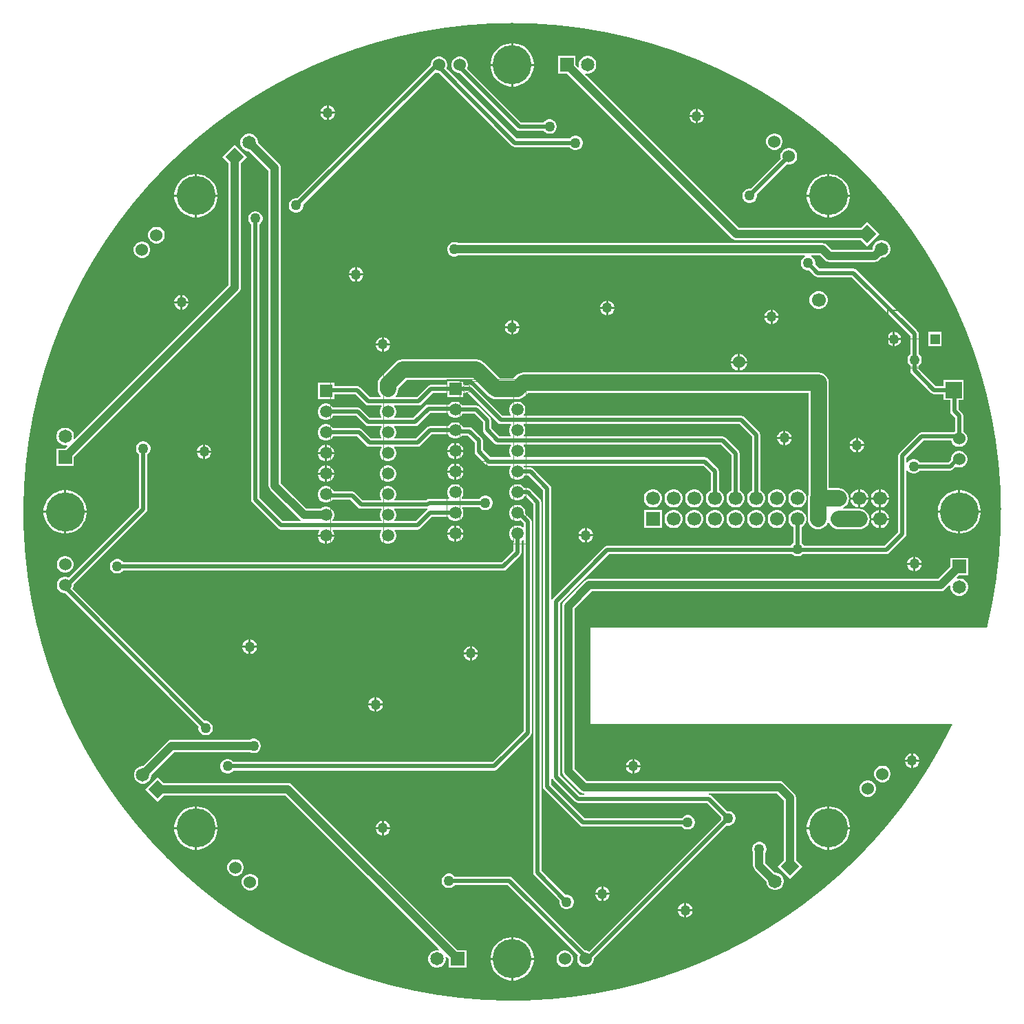
<source format=gtl>
G04*
G04 #@! TF.GenerationSoftware,Altium Limited,CircuitMaker,2.2.1 (6)*
G04*
G04 Layer_Physical_Order=1*
G04 Layer_Color=25308*
%FSLAX44Y44*%
%MOMM*%
G71*
G04*
G04 #@! TF.SameCoordinates,C6CF6D27-CB2A-4CAF-B18B-BA4932DD29FA*
G04*
G04*
G04 #@! TF.FilePolarity,Positive*
G04*
G01*
G75*
%ADD10C,0.2540*%
%ADD12C,0.0500*%
%ADD17C,0.5000*%
%ADD18C,0.1000*%
%ADD35C,2.0000*%
%ADD36C,1.0000*%
%ADD37C,1.7000*%
%ADD38C,1.5240*%
%ADD39P,2.3349X4X360.0*%
%ADD40C,1.6510*%
%ADD41R,1.6510X1.6510*%
%ADD42P,2.3349X4X90.0*%
%ADD43R,1.5240X1.5240*%
%ADD44R,1.6510X1.6510*%
%ADD45R,1.5000X1.5000*%
%ADD46C,1.5000*%
%ADD47R,2.0000X2.0000*%
%ADD48R,1.2500X1.2500*%
%ADD49C,1.2500*%
%ADD50R,1.7000X1.7000*%
%ADD51C,4.8000*%
%ADD52C,1.2700*%
G36*
X614304Y1199956D02*
X638878Y1198865D01*
X663387Y1196769D01*
X687790Y1193670D01*
X712045Y1189574D01*
X736112Y1184487D01*
X759950Y1178418D01*
X783519Y1171377D01*
X806780Y1163376D01*
X829694Y1154429D01*
X852222Y1144551D01*
X874326Y1133757D01*
X895969Y1122067D01*
X917115Y1109499D01*
X937728Y1096076D01*
X957774Y1081819D01*
X977218Y1066752D01*
X996029Y1050902D01*
X1014174Y1034294D01*
X1031624Y1016956D01*
X1048348Y998917D01*
X1064319Y980209D01*
X1079510Y960861D01*
X1093896Y940908D01*
X1107451Y920381D01*
X1120155Y899317D01*
X1131984Y877749D01*
X1142919Y855715D01*
X1152942Y833251D01*
X1162037Y810395D01*
X1170186Y787186D01*
X1177378Y763662D01*
X1183600Y739864D01*
X1188842Y715830D01*
X1193094Y691602D01*
X1196349Y667220D01*
X1198603Y642725D01*
X1199851Y618158D01*
X1200091Y593560D01*
X1199324Y568974D01*
X1197549Y544439D01*
X1194770Y519998D01*
X1190992Y495691D01*
X1186220Y471560D01*
X1183343Y459602D01*
X695000D01*
Y337629D01*
X1138397Y337629D01*
X1139070Y336552D01*
X1134215Y326568D01*
X1122561Y304905D01*
X1110029Y283738D01*
X1096640Y263103D01*
X1082417Y243033D01*
X1067383Y223563D01*
X1051564Y204726D01*
X1034986Y186553D01*
X1017677Y169074D01*
X999667Y152320D01*
X980985Y136317D01*
X961663Y121094D01*
X941734Y106675D01*
X921230Y93085D01*
X900187Y80347D01*
X878639Y68482D01*
X856623Y57509D01*
X834176Y47449D01*
X811336Y38316D01*
X788140Y30127D01*
X764628Y22896D01*
X740840Y16635D01*
X716815Y11353D01*
X692594Y7060D01*
X668217Y3764D01*
X643726Y1469D01*
X619161Y180D01*
X594565Y-101D01*
X569977Y625D01*
X545439Y2359D01*
X520994Y5097D01*
X496681Y8835D01*
X472541Y13565D01*
X448616Y19281D01*
X424945Y25973D01*
X401568Y33629D01*
X378525Y42236D01*
X355854Y51781D01*
X333592Y62247D01*
X311779Y73616D01*
X290450Y85870D01*
X269641Y98987D01*
X249386Y112946D01*
X229721Y127724D01*
X210678Y143295D01*
X192289Y159633D01*
X174585Y176711D01*
X157596Y194500D01*
X141350Y212971D01*
X125875Y232091D01*
X111196Y251830D01*
X97339Y272154D01*
X84326Y293029D01*
X72179Y314419D01*
X60919Y336289D01*
X50565Y358602D01*
X41134Y381321D01*
X32642Y404408D01*
X25103Y427822D01*
X18530Y451526D01*
X12934Y475480D01*
X8325Y499643D01*
X4709Y523974D01*
X2094Y548433D01*
X483Y572979D01*
X-121Y597570D01*
X283Y622165D01*
X1696Y646723D01*
X4113Y671203D01*
X7531Y695563D01*
X11945Y719762D01*
X17347Y743760D01*
X23728Y767517D01*
X31077Y790992D01*
X39382Y814146D01*
X48629Y836941D01*
X58802Y859337D01*
X69884Y881298D01*
X81857Y902786D01*
X94700Y923765D01*
X108393Y944200D01*
X122911Y964057D01*
X138231Y983303D01*
X154327Y1001904D01*
X171172Y1019830D01*
X188737Y1037051D01*
X206993Y1053538D01*
X225909Y1069262D01*
X245454Y1084199D01*
X265594Y1098321D01*
X286297Y1111607D01*
X307526Y1124033D01*
X329247Y1135578D01*
X351423Y1146224D01*
X374016Y1155952D01*
X396989Y1164746D01*
X420303Y1172591D01*
X443919Y1179474D01*
X467797Y1185383D01*
X491897Y1190309D01*
X516179Y1194243D01*
X540602Y1197179D01*
X565124Y1199112D01*
X589705Y1200038D01*
X614304Y1199956D01*
D02*
G37*
%LPC*%
G36*
X602089Y1176540D02*
X601270D01*
Y1151270D01*
X626540D01*
Y1152089D01*
X625886Y1156215D01*
X624596Y1160188D01*
X622699Y1163910D01*
X620244Y1167290D01*
X617290Y1170244D01*
X613910Y1172699D01*
X610188Y1174596D01*
X606215Y1175887D01*
X602089Y1176540D01*
D02*
G37*
G36*
X598730D02*
X597911D01*
X593785Y1175887D01*
X589812Y1174596D01*
X586090Y1172699D01*
X582710Y1170244D01*
X579756Y1167290D01*
X577301Y1163910D01*
X575404Y1160188D01*
X574114Y1156215D01*
X573460Y1152089D01*
Y1151270D01*
X598730D01*
Y1176540D01*
D02*
G37*
G36*
X694121Y1160795D02*
X691279D01*
X688533Y1160059D01*
X686072Y1158638D01*
X684062Y1156628D01*
X682641Y1154167D01*
X681905Y1151421D01*
Y1148579D01*
X682137Y1147715D01*
X680998Y1147057D01*
X678095Y1149960D01*
Y1160795D01*
X656505D01*
Y1139205D01*
X667340D01*
X870442Y936103D01*
X872017Y934894D01*
X873851Y934134D01*
X875820Y933875D01*
X1028858D01*
X1036520Y926214D01*
X1051786Y941480D01*
X1036520Y956747D01*
X1028858Y949085D01*
X878970D01*
X689757Y1138298D01*
X690415Y1139437D01*
X691279Y1139205D01*
X694121D01*
X696867Y1139941D01*
X699328Y1141362D01*
X701338Y1143372D01*
X702759Y1145833D01*
X703495Y1148579D01*
Y1151421D01*
X702759Y1154167D01*
X701338Y1156628D01*
X699328Y1158638D01*
X696867Y1160059D01*
X694121Y1160795D01*
D02*
G37*
G36*
X626540Y1148730D02*
X601270D01*
Y1123460D01*
X602089D01*
X606215Y1124113D01*
X610188Y1125404D01*
X613910Y1127301D01*
X617290Y1129756D01*
X620244Y1132710D01*
X622699Y1136090D01*
X624596Y1139812D01*
X625886Y1143785D01*
X626540Y1147911D01*
Y1148730D01*
D02*
G37*
G36*
X598730D02*
X573460D01*
Y1147911D01*
X574114Y1143785D01*
X575404Y1139812D01*
X577301Y1136090D01*
X579756Y1132710D01*
X582710Y1129756D01*
X586090Y1127301D01*
X589812Y1125404D01*
X593785Y1124113D01*
X597911Y1123460D01*
X598730D01*
Y1148730D01*
D02*
G37*
G36*
X374270Y1099863D02*
Y1092270D01*
X381863D01*
X381284Y1094431D01*
X380114Y1096459D01*
X378459Y1098114D01*
X376431Y1099284D01*
X374270Y1099863D01*
D02*
G37*
G36*
X371730D02*
X369569Y1099284D01*
X367541Y1098114D01*
X365886Y1096459D01*
X364716Y1094431D01*
X364137Y1092270D01*
X371730D01*
Y1099863D01*
D02*
G37*
G36*
X828270Y1095863D02*
Y1088270D01*
X835863D01*
X835284Y1090431D01*
X834114Y1092459D01*
X832459Y1094114D01*
X830431Y1095284D01*
X828270Y1095863D01*
D02*
G37*
G36*
X825730D02*
X823569Y1095284D01*
X821541Y1094114D01*
X819886Y1092459D01*
X818716Y1090431D01*
X818137Y1088270D01*
X825730D01*
Y1095863D01*
D02*
G37*
G36*
X381863Y1089730D02*
X374270D01*
Y1082137D01*
X376431Y1082716D01*
X378459Y1083886D01*
X380114Y1085541D01*
X381284Y1087569D01*
X381863Y1089730D01*
D02*
G37*
G36*
X371730D02*
X364137D01*
X364716Y1087569D01*
X365886Y1085541D01*
X367541Y1083886D01*
X369569Y1082716D01*
X371730Y1082137D01*
Y1089730D01*
D02*
G37*
G36*
X835863Y1085730D02*
X828270D01*
Y1078137D01*
X830431Y1078716D01*
X832459Y1079886D01*
X834114Y1081541D01*
X835284Y1083569D01*
X835863Y1085730D01*
D02*
G37*
G36*
X825730D02*
X818137D01*
X818716Y1083569D01*
X819886Y1081541D01*
X821541Y1079886D01*
X823569Y1078716D01*
X825730Y1078137D01*
Y1085730D01*
D02*
G37*
G36*
X536738Y1160160D02*
X534062D01*
X531478Y1159468D01*
X529162Y1158130D01*
X527270Y1156238D01*
X525932Y1153922D01*
X525240Y1151338D01*
Y1148662D01*
X525932Y1146078D01*
X527270Y1143762D01*
X529162Y1141870D01*
X531478Y1140532D01*
X534062Y1139840D01*
X535593D01*
X605066Y1070366D01*
X606734Y1069252D01*
X608700Y1068861D01*
X638702D01*
X638886Y1068541D01*
X640541Y1066886D01*
X642569Y1065716D01*
X644830Y1065110D01*
X647170D01*
X649431Y1065716D01*
X651459Y1066886D01*
X653114Y1068541D01*
X654284Y1070569D01*
X654890Y1072830D01*
Y1075170D01*
X654284Y1077431D01*
X653114Y1079459D01*
X651459Y1081114D01*
X649431Y1082284D01*
X647170Y1082890D01*
X644830D01*
X642569Y1082284D01*
X640541Y1081114D01*
X638886Y1079459D01*
X638702Y1079139D01*
X610829D01*
X544509Y1145458D01*
X544868Y1146078D01*
X545560Y1148662D01*
Y1151338D01*
X544868Y1153922D01*
X543530Y1156238D01*
X541638Y1158130D01*
X539322Y1159468D01*
X536738Y1160160D01*
D02*
G37*
G36*
X923838Y1065660D02*
X921162D01*
X918578Y1064968D01*
X916262Y1063630D01*
X914370Y1061738D01*
X913032Y1059422D01*
X912340Y1056838D01*
Y1054162D01*
X913032Y1051578D01*
X914370Y1049262D01*
X916262Y1047370D01*
X918578Y1046032D01*
X921162Y1045340D01*
X923838D01*
X926422Y1046032D01*
X928738Y1047370D01*
X930630Y1049262D01*
X931968Y1051578D01*
X932660Y1054162D01*
Y1056838D01*
X931968Y1059422D01*
X930630Y1061738D01*
X928738Y1063630D01*
X926422Y1064968D01*
X923838Y1065660D01*
D02*
G37*
G36*
X511338Y1160160D02*
X508662D01*
X506078Y1159468D01*
X503762Y1158130D01*
X501870Y1156238D01*
X500532Y1153922D01*
X499840Y1151338D01*
Y1149807D01*
X335764Y985731D01*
X335170Y985890D01*
X332830D01*
X330569Y985284D01*
X328541Y984114D01*
X326886Y982459D01*
X325716Y980431D01*
X325110Y978170D01*
Y975830D01*
X325716Y973569D01*
X326886Y971541D01*
X328541Y969886D01*
X330569Y968716D01*
X332830Y968110D01*
X335170D01*
X337431Y968716D01*
X339459Y969886D01*
X341114Y971541D01*
X342284Y973569D01*
X342890Y975830D01*
Y978170D01*
X342858Y978291D01*
X505458Y1140891D01*
X506078Y1140532D01*
X508662Y1139840D01*
X510193D01*
X599666Y1050366D01*
X601334Y1049252D01*
X603300Y1048861D01*
X670702D01*
X670886Y1048541D01*
X672541Y1046886D01*
X674569Y1045716D01*
X676830Y1045110D01*
X679170D01*
X681431Y1045716D01*
X683459Y1046886D01*
X685114Y1048541D01*
X686284Y1050569D01*
X686890Y1052830D01*
Y1055170D01*
X686284Y1057431D01*
X685114Y1059459D01*
X683459Y1061114D01*
X681431Y1062284D01*
X679170Y1062890D01*
X676830D01*
X674569Y1062284D01*
X672541Y1061114D01*
X670886Y1059459D01*
X670702Y1059139D01*
X605429D01*
X519109Y1145458D01*
X519468Y1146078D01*
X520160Y1148662D01*
Y1151338D01*
X519468Y1153922D01*
X518130Y1156238D01*
X516238Y1158130D01*
X513922Y1159468D01*
X511338Y1160160D01*
D02*
G37*
G36*
X941798Y1047700D02*
X939123D01*
X936539Y1047007D01*
X934222Y1045669D01*
X932330Y1043778D01*
X930993Y1041461D01*
X930301Y1038877D01*
Y1036202D01*
X930646Y1034913D01*
X893527Y997794D01*
X893170Y997890D01*
X890830D01*
X888569Y997284D01*
X886541Y996114D01*
X884886Y994459D01*
X883716Y992431D01*
X883110Y990170D01*
Y987830D01*
X883716Y985569D01*
X884886Y983541D01*
X886541Y981886D01*
X888569Y980716D01*
X890830Y980110D01*
X893170D01*
X895431Y980716D01*
X897459Y981886D01*
X899114Y983541D01*
X900284Y985569D01*
X900890Y987830D01*
Y990170D01*
X900794Y990527D01*
X937959Y1027691D01*
X939123Y1027380D01*
X941798D01*
X944382Y1028072D01*
X946699Y1029409D01*
X948591Y1031301D01*
X949928Y1033618D01*
X950620Y1036202D01*
Y1038877D01*
X949928Y1041461D01*
X948591Y1043778D01*
X946699Y1045669D01*
X944382Y1047007D01*
X941798Y1047700D01*
D02*
G37*
G36*
X991089Y1015540D02*
X990270D01*
Y990270D01*
X1015540D01*
Y991089D01*
X1014886Y995215D01*
X1013596Y999188D01*
X1011699Y1002910D01*
X1009244Y1006290D01*
X1006290Y1009244D01*
X1002910Y1011699D01*
X999188Y1013596D01*
X995215Y1014886D01*
X991089Y1015540D01*
D02*
G37*
G36*
X987730D02*
X986911D01*
X982785Y1014886D01*
X978812Y1013596D01*
X975090Y1011699D01*
X971710Y1009244D01*
X968756Y1006290D01*
X966301Y1002910D01*
X964404Y999188D01*
X963113Y995215D01*
X962460Y991089D01*
Y990270D01*
X987730D01*
Y1015540D01*
D02*
G37*
G36*
X213089D02*
X212270D01*
Y990270D01*
X237540D01*
Y991089D01*
X236887Y995215D01*
X235596Y999188D01*
X233699Y1002910D01*
X231244Y1006290D01*
X228290Y1009244D01*
X224910Y1011699D01*
X221188Y1013596D01*
X217215Y1014886D01*
X213089Y1015540D01*
D02*
G37*
G36*
X209730D02*
X208911D01*
X204785Y1014886D01*
X200812Y1013596D01*
X197090Y1011699D01*
X193710Y1009244D01*
X190756Y1006290D01*
X188301Y1002910D01*
X186404Y999188D01*
X185114Y995215D01*
X184460Y991089D01*
Y990270D01*
X209730D01*
Y1015540D01*
D02*
G37*
G36*
X1015540Y987730D02*
X990270D01*
Y962460D01*
X991089D01*
X995215Y963113D01*
X999188Y964404D01*
X1002910Y966301D01*
X1006290Y968756D01*
X1009244Y971710D01*
X1011699Y975090D01*
X1013596Y978812D01*
X1014886Y982785D01*
X1015540Y986911D01*
Y987730D01*
D02*
G37*
G36*
X987730D02*
X962460D01*
Y986911D01*
X963113Y982785D01*
X964404Y978812D01*
X966301Y975090D01*
X968756Y971710D01*
X971710Y968756D01*
X975090Y966301D01*
X978812Y964404D01*
X982785Y963113D01*
X986911Y962460D01*
X987730D01*
Y987730D01*
D02*
G37*
G36*
X237540D02*
X212270D01*
Y962460D01*
X213089D01*
X217215Y963113D01*
X221188Y964404D01*
X224910Y966301D01*
X228290Y968756D01*
X231244Y971710D01*
X233699Y975090D01*
X235596Y978812D01*
X236887Y982785D01*
X237540Y986911D01*
Y987730D01*
D02*
G37*
G36*
X209730D02*
X184460D01*
Y986911D01*
X185114Y982785D01*
X186404Y978812D01*
X188301Y975090D01*
X190756Y971710D01*
X193710Y968756D01*
X197090Y966301D01*
X200812Y964404D01*
X204785Y963113D01*
X208911Y962460D01*
X209730D01*
Y987730D01*
D02*
G37*
G36*
X163798Y950620D02*
X161123D01*
X158539Y949928D01*
X156222Y948591D01*
X154331Y946699D01*
X152993Y944382D01*
X152301Y941798D01*
Y939123D01*
X152993Y936539D01*
X154331Y934222D01*
X156222Y932330D01*
X158539Y930993D01*
X161123Y930301D01*
X163798D01*
X166382Y930993D01*
X168699Y932330D01*
X170590Y934222D01*
X171928Y936539D01*
X172621Y939123D01*
Y941798D01*
X171928Y944382D01*
X170590Y946699D01*
X168699Y948591D01*
X166382Y949928D01*
X163798Y950620D01*
D02*
G37*
G36*
X1055901Y934315D02*
X1053059D01*
X1050313Y933579D01*
X1047852Y932158D01*
X1045842Y930148D01*
X1044421Y927686D01*
X1043685Y924941D01*
Y923480D01*
X1042810Y922605D01*
X993150D01*
X987378Y928378D01*
X985803Y929586D01*
X983968Y930346D01*
X982000Y930605D01*
X533608D01*
X532431Y931284D01*
X530170Y931890D01*
X527830D01*
X525569Y931284D01*
X523541Y930114D01*
X521886Y928459D01*
X520716Y926431D01*
X520110Y924170D01*
Y921830D01*
X520716Y919569D01*
X521886Y917541D01*
X523541Y915886D01*
X525569Y914716D01*
X527830Y914110D01*
X530170D01*
X532431Y914716D01*
X533608Y915395D01*
X960017D01*
X960293Y914125D01*
X958541Y913114D01*
X956886Y911459D01*
X955716Y909431D01*
X955110Y907170D01*
Y904830D01*
X955716Y902569D01*
X956886Y900541D01*
X958541Y898886D01*
X960569Y897716D01*
X962830Y897110D01*
X965170D01*
X965527Y897206D01*
X972366Y890366D01*
X974034Y889252D01*
X976000Y888861D01*
X1017871D01*
X1089861Y816871D01*
Y794433D01*
X1089603Y794284D01*
X1087966Y792647D01*
X1086809Y790643D01*
X1086210Y788407D01*
Y786093D01*
X1086809Y783857D01*
X1087966Y781853D01*
X1089603Y780216D01*
X1089861Y780067D01*
Y774000D01*
X1090252Y772033D01*
X1091366Y770366D01*
X1115366Y746366D01*
X1117033Y745252D01*
X1119000Y744861D01*
X1130460D01*
Y737460D01*
X1138861D01*
Y724000D01*
X1139252Y722033D01*
X1140366Y720366D01*
X1144861Y715872D01*
Y698765D01*
X1143762Y698130D01*
X1143470Y697839D01*
X1103700D01*
X1101733Y697448D01*
X1100066Y696334D01*
X1076366Y672634D01*
X1075252Y670966D01*
X1074861Y669000D01*
Y575129D01*
X1057871Y558139D01*
X958791D01*
X957914Y559659D01*
X956259Y561314D01*
X955939Y561498D01*
Y581219D01*
X957579Y582166D01*
X959634Y584221D01*
X961088Y586739D01*
X961840Y589547D01*
Y592453D01*
X961088Y595261D01*
X959634Y597779D01*
X957579Y599834D01*
X955061Y601288D01*
X952253Y602040D01*
X949347D01*
X946539Y601288D01*
X944021Y599834D01*
X941966Y597779D01*
X940512Y595261D01*
X939760Y592453D01*
Y589547D01*
X940512Y586739D01*
X941966Y584221D01*
X944021Y582166D01*
X945661Y581219D01*
Y561498D01*
X945341Y561314D01*
X943686Y559659D01*
X942809Y558139D01*
X717000D01*
X715033Y557748D01*
X713366Y556634D01*
X650366Y493634D01*
X649409Y492200D01*
X648255Y492365D01*
X648139Y492412D01*
Y629000D01*
X647748Y630966D01*
X646634Y632634D01*
X626234Y653034D01*
X624566Y654148D01*
X622600Y654539D01*
X614826D01*
X614234Y655565D01*
X614111Y655688D01*
X614597Y656861D01*
X835071D01*
X844061Y647871D01*
Y626181D01*
X842421Y625234D01*
X840366Y623179D01*
X838912Y620661D01*
X838160Y617854D01*
Y614947D01*
X838912Y612139D01*
X840366Y609621D01*
X842421Y607566D01*
X844939Y606112D01*
X847747Y605360D01*
X850653D01*
X853461Y606112D01*
X855979Y607566D01*
X858034Y609621D01*
X859488Y612139D01*
X860240Y614947D01*
Y617854D01*
X859488Y620661D01*
X858034Y623179D01*
X855979Y625234D01*
X854339Y626181D01*
Y650000D01*
X853948Y651966D01*
X852834Y653634D01*
X840834Y665634D01*
X839166Y666748D01*
X837200Y667139D01*
X614397D01*
X613911Y668312D01*
X614234Y668635D01*
X615556Y670925D01*
X616240Y673478D01*
Y676122D01*
X615556Y678675D01*
X614234Y680965D01*
X613851Y681348D01*
X614337Y682521D01*
X856812D01*
X869461Y669872D01*
Y626181D01*
X867821Y625234D01*
X865766Y623179D01*
X864312Y620661D01*
X863560Y617854D01*
Y614947D01*
X864312Y612139D01*
X865766Y609621D01*
X867821Y607566D01*
X870339Y606112D01*
X873147Y605360D01*
X876053D01*
X878861Y606112D01*
X881379Y607566D01*
X883434Y609621D01*
X884888Y612139D01*
X885640Y614947D01*
Y617854D01*
X884888Y620661D01*
X883434Y623179D01*
X881379Y625234D01*
X879739Y626181D01*
Y672000D01*
X879348Y673967D01*
X878234Y675634D01*
X862574Y691294D01*
X860907Y692408D01*
X858940Y692799D01*
X614657D01*
X614171Y693972D01*
X614234Y694035D01*
X615556Y696325D01*
X616240Y698878D01*
Y701522D01*
X615556Y704075D01*
X614234Y706365D01*
X613851Y706748D01*
X614337Y707921D01*
X879811D01*
X894861Y692871D01*
Y626181D01*
X893221Y625234D01*
X891166Y623179D01*
X889712Y620661D01*
X888960Y617854D01*
Y614947D01*
X889712Y612139D01*
X891166Y609621D01*
X893221Y607566D01*
X895739Y606112D01*
X898547Y605360D01*
X901453D01*
X904261Y606112D01*
X906779Y607566D01*
X908834Y609621D01*
X910288Y612139D01*
X911040Y614947D01*
Y617854D01*
X910288Y620661D01*
X908834Y623179D01*
X906779Y625234D01*
X905139Y626181D01*
Y695000D01*
X904748Y696966D01*
X903634Y698634D01*
X885574Y716694D01*
X883906Y717808D01*
X881940Y718199D01*
X614657D01*
X614171Y719372D01*
X614234Y719435D01*
X615556Y721725D01*
X616240Y724278D01*
Y726922D01*
X615556Y729475D01*
X614234Y731765D01*
X612365Y733634D01*
X610075Y734956D01*
X607522Y735640D01*
X604878D01*
X602325Y734956D01*
X600035Y733634D01*
X598166Y731765D01*
X596844Y729475D01*
X596160Y726922D01*
Y724278D01*
X596844Y721725D01*
X598166Y719435D01*
X598229Y719372D01*
X597743Y718199D01*
X588069D01*
X551634Y754634D01*
X549967Y755748D01*
X548000Y756139D01*
X540040D01*
Y761040D01*
X519960D01*
Y756139D01*
X500000D01*
X498033Y755748D01*
X496366Y754634D01*
X482932Y741199D01*
X456832D01*
X456383Y742469D01*
X458154Y744776D01*
X459417Y747826D01*
X459848Y751100D01*
Y751961D01*
X470239Y762352D01*
X550761D01*
X571056Y742056D01*
X573676Y740046D01*
X576726Y738783D01*
X580000Y738352D01*
X580000Y738352D01*
X606200D01*
X606200Y738352D01*
X609474Y738783D01*
X612524Y740046D01*
X615144Y742056D01*
X619439Y746352D01*
X878340D01*
X879100Y746252D01*
X879100Y746252D01*
X964352D01*
Y620564D01*
X963983Y619674D01*
X963552Y616400D01*
X963552Y616400D01*
Y591000D01*
X963983Y587726D01*
X965246Y584676D01*
X967256Y582056D01*
X969876Y580046D01*
X972926Y578783D01*
X976200Y578352D01*
X979474Y578783D01*
X982524Y580046D01*
X985144Y582056D01*
X987154Y584676D01*
X988213Y587233D01*
X989587D01*
X990646Y584676D01*
X992656Y582056D01*
X995276Y580046D01*
X998326Y578783D01*
X1001600Y578352D01*
X1027000D01*
X1030274Y578783D01*
X1033324Y580046D01*
X1035944Y582056D01*
X1037954Y584676D01*
X1039217Y587726D01*
X1039648Y591000D01*
X1039217Y594274D01*
X1037954Y597324D01*
X1035944Y599944D01*
X1033324Y601954D01*
X1030274Y603217D01*
X1027000Y603648D01*
X1006902D01*
X1006649Y604918D01*
X1007924Y605446D01*
X1010544Y607456D01*
X1012554Y610076D01*
X1013817Y613126D01*
X1014248Y616400D01*
X1013817Y619674D01*
X1012554Y622724D01*
X1010544Y625344D01*
X1007924Y627354D01*
X1004874Y628617D01*
X1001600Y629048D01*
X989648D01*
Y758900D01*
X989217Y762174D01*
X987954Y765224D01*
X985944Y767844D01*
X983324Y769854D01*
X980274Y771117D01*
X977000Y771548D01*
X879760D01*
X879000Y771648D01*
X879000Y771648D01*
X614200D01*
X610926Y771217D01*
X607876Y769954D01*
X605256Y767944D01*
X600961Y763648D01*
X585239D01*
X564944Y783944D01*
X562324Y785954D01*
X559274Y787217D01*
X556000Y787648D01*
X556000Y787648D01*
X465000D01*
X465000Y787648D01*
X461726Y787217D01*
X458676Y785954D01*
X456056Y783944D01*
X438256Y766144D01*
X436246Y763524D01*
X434983Y760474D01*
X434552Y757200D01*
X434552Y757200D01*
Y751100D01*
X434983Y747826D01*
X436246Y744776D01*
X438017Y742469D01*
X437568Y741199D01*
X425069D01*
X413034Y753234D01*
X411367Y754348D01*
X409400Y754739D01*
X381040D01*
Y758640D01*
X360960D01*
Y738560D01*
X381040D01*
Y744461D01*
X407271D01*
X419306Y732426D01*
X420974Y731312D01*
X422940Y730921D01*
X439063D01*
X439549Y729748D01*
X439166Y729365D01*
X437844Y727075D01*
X437160Y724522D01*
Y721878D01*
X437844Y719325D01*
X439166Y717035D01*
X439229Y716972D01*
X438743Y715799D01*
X424869D01*
X413834Y726834D01*
X412166Y727948D01*
X410200Y728339D01*
X379626D01*
X379034Y729365D01*
X377165Y731234D01*
X374875Y732556D01*
X372322Y733240D01*
X369678D01*
X367125Y732556D01*
X364835Y731234D01*
X362966Y729365D01*
X361644Y727075D01*
X360960Y724522D01*
Y721878D01*
X361644Y719325D01*
X362966Y717035D01*
X364835Y715166D01*
X367125Y713844D01*
X369678Y713160D01*
X372322D01*
X374875Y713844D01*
X377165Y715166D01*
X379034Y717035D01*
X379626Y718061D01*
X408072D01*
X419106Y707026D01*
X420774Y705912D01*
X422740Y705521D01*
X439063D01*
X439549Y704348D01*
X439166Y703965D01*
X437844Y701675D01*
X437160Y699122D01*
Y696478D01*
X437844Y693925D01*
X439166Y691635D01*
X439229Y691572D01*
X438743Y690399D01*
X426469D01*
X415434Y701434D01*
X413767Y702548D01*
X411800Y702939D01*
X379626D01*
X379034Y703965D01*
X377165Y705834D01*
X374875Y707156D01*
X372322Y707840D01*
X369678D01*
X367125Y707156D01*
X364835Y705834D01*
X362966Y703965D01*
X361644Y701675D01*
X360960Y699122D01*
Y696478D01*
X361644Y693925D01*
X362966Y691635D01*
X364835Y689766D01*
X367125Y688444D01*
X369678Y687760D01*
X372322D01*
X374875Y688444D01*
X377165Y689766D01*
X379034Y691635D01*
X379626Y692661D01*
X409672D01*
X420706Y681626D01*
X422374Y680512D01*
X424340Y680121D01*
X439063D01*
X439549Y678948D01*
X439166Y678565D01*
X437844Y676275D01*
X437160Y673722D01*
Y671078D01*
X437844Y668525D01*
X439166Y666235D01*
X441035Y664366D01*
X443325Y663044D01*
X445878Y662360D01*
X448522D01*
X451075Y663044D01*
X453365Y664366D01*
X455234Y666235D01*
X456556Y668525D01*
X457240Y671078D01*
Y673722D01*
X456556Y676275D01*
X455234Y678565D01*
X454851Y678948D01*
X455337Y680121D01*
X483860D01*
X485826Y680512D01*
X487494Y681626D01*
X500928Y695061D01*
X521374D01*
X521966Y694035D01*
X523835Y692166D01*
X526125Y690844D01*
X528678Y690160D01*
X531322D01*
X533875Y690844D01*
X536165Y692166D01*
X537860Y693861D01*
X545471D01*
X553861Y685471D01*
Y674000D01*
X554252Y672033D01*
X555366Y670366D01*
X567366Y658366D01*
X569034Y657252D01*
X571000Y656861D01*
X597803D01*
X598289Y655688D01*
X598166Y655565D01*
X596844Y653275D01*
X596160Y650722D01*
Y648078D01*
X596844Y645525D01*
X598166Y643235D01*
X600035Y641366D01*
X602325Y640044D01*
X604878Y639360D01*
X607522D01*
X610075Y640044D01*
X612365Y641366D01*
X614234Y643235D01*
X614826Y644261D01*
X620471D01*
X637861Y626871D01*
Y262000D01*
X638252Y260033D01*
X639366Y258366D01*
X683366Y214366D01*
X685033Y213252D01*
X687000Y212861D01*
X808701D01*
X808886Y212541D01*
X810541Y210886D01*
X812569Y209716D01*
X814830Y209110D01*
X817170D01*
X819431Y209716D01*
X821459Y210886D01*
X823114Y212541D01*
X824284Y214569D01*
X824890Y216830D01*
Y219170D01*
X824284Y221431D01*
X823114Y223459D01*
X821459Y225114D01*
X819431Y226284D01*
X817170Y226890D01*
X814830D01*
X812569Y226284D01*
X810541Y225114D01*
X808886Y223459D01*
X808701Y223139D01*
X689129D01*
X648139Y264128D01*
Y271588D01*
X648255Y271635D01*
X649409Y271800D01*
X650366Y270366D01*
X677366Y243366D01*
X679034Y242252D01*
X681000Y241861D01*
X839872D01*
X857206Y224527D01*
X857110Y224170D01*
Y221830D01*
X857142Y221709D01*
X694542Y59109D01*
X693922Y59468D01*
X691338Y60160D01*
X689807D01*
X600334Y149634D01*
X598666Y150748D01*
X596700Y151139D01*
X529299D01*
X529114Y151459D01*
X527459Y153114D01*
X525431Y154284D01*
X523170Y154890D01*
X520830D01*
X518569Y154284D01*
X516541Y153114D01*
X514886Y151459D01*
X513716Y149431D01*
X513110Y147170D01*
Y144830D01*
X513716Y142569D01*
X514886Y140541D01*
X516541Y138886D01*
X518569Y137716D01*
X520830Y137110D01*
X523170D01*
X525431Y137716D01*
X527459Y138886D01*
X529114Y140541D01*
X529299Y140861D01*
X594571D01*
X680891Y54542D01*
X680532Y53922D01*
X679840Y51338D01*
Y48662D01*
X680532Y46078D01*
X681870Y43762D01*
X683762Y41870D01*
X686078Y40532D01*
X688662Y39840D01*
X691338D01*
X693922Y40532D01*
X696238Y41870D01*
X698130Y43762D01*
X699468Y46078D01*
X700160Y48662D01*
Y50193D01*
X864236Y214269D01*
X864830Y214110D01*
X867170D01*
X869431Y214716D01*
X871459Y215886D01*
X873114Y217541D01*
X874284Y219569D01*
X874890Y221830D01*
Y224170D01*
X874284Y226431D01*
X873114Y228459D01*
X871459Y230114D01*
X869431Y231284D01*
X867170Y231890D01*
X864830D01*
X864473Y231794D01*
X845634Y250634D01*
X843967Y251748D01*
X842000Y252139D01*
X842033Y253395D01*
X925850D01*
X933875Y245370D01*
Y171142D01*
X926214Y163480D01*
X941480Y148214D01*
X956747Y163480D01*
X949085Y171142D01*
Y248520D01*
X948826Y250488D01*
X948381Y251563D01*
X948066Y252322D01*
X946858Y253897D01*
X934378Y266378D01*
X932803Y267586D01*
X930968Y268346D01*
X929000Y268605D01*
X692150D01*
X676605Y284150D01*
Y480850D01*
X698150Y502395D01*
X1127300D01*
X1129268Y502654D01*
X1131103Y503414D01*
X1132678Y504622D01*
X1138298Y510243D01*
X1139437Y509585D01*
X1139205Y508721D01*
Y505879D01*
X1139941Y503133D01*
X1141362Y500672D01*
X1143372Y498662D01*
X1145833Y497241D01*
X1148579Y496505D01*
X1151421D01*
X1154167Y497241D01*
X1156628Y498662D01*
X1158638Y500672D01*
X1160059Y503133D01*
X1160795Y505879D01*
Y508721D01*
X1160059Y511467D01*
X1158638Y513928D01*
X1156628Y515938D01*
X1154167Y517359D01*
X1151421Y518095D01*
X1148579D01*
X1147715Y517864D01*
X1147057Y519002D01*
X1149960Y521905D01*
X1160795D01*
Y543495D01*
X1139205D01*
Y532660D01*
X1124150Y517605D01*
X695000D01*
X693032Y517346D01*
X691957Y516901D01*
X691198Y516586D01*
X689622Y515378D01*
X663622Y489378D01*
X662414Y487803D01*
X661654Y485968D01*
X661395Y484000D01*
Y281000D01*
X661654Y279032D01*
X662414Y277197D01*
X663622Y275622D01*
X683622Y255622D01*
X685198Y254414D01*
X685957Y254099D01*
X687032Y253654D01*
X688895Y253409D01*
X688812Y252139D01*
X683129D01*
X659139Y276129D01*
Y487872D01*
X719129Y547861D01*
X944566D01*
X945341Y547086D01*
X947369Y545916D01*
X949630Y545310D01*
X951970D01*
X954231Y545916D01*
X956259Y547086D01*
X957034Y547861D01*
X1060000D01*
X1061966Y548252D01*
X1063634Y549366D01*
X1083634Y569366D01*
X1084748Y571034D01*
X1085139Y573000D01*
Y651028D01*
X1086409Y651368D01*
X1086886Y650541D01*
X1088541Y648886D01*
X1090569Y647716D01*
X1092830Y647110D01*
X1095170D01*
X1097431Y647716D01*
X1099459Y648886D01*
X1101114Y650541D01*
X1101299Y650861D01*
X1138700D01*
X1140667Y651252D01*
X1142334Y652366D01*
X1145458Y655491D01*
X1146078Y655132D01*
X1148662Y654440D01*
X1151338D01*
X1153922Y655132D01*
X1156238Y656470D01*
X1158130Y658362D01*
X1159468Y660678D01*
X1160160Y663262D01*
Y665938D01*
X1159468Y668522D01*
X1158130Y670838D01*
X1156238Y672730D01*
X1153922Y674068D01*
X1151338Y674760D01*
X1148662D01*
X1146078Y674068D01*
X1143762Y672730D01*
X1141870Y670838D01*
X1140532Y668522D01*
X1139840Y665938D01*
Y664407D01*
X1136572Y661139D01*
X1101299D01*
X1101114Y661459D01*
X1099459Y663114D01*
X1097431Y664284D01*
X1095170Y664890D01*
X1092830D01*
X1090569Y664284D01*
X1088541Y663114D01*
X1086886Y661459D01*
X1086409Y660631D01*
X1085139Y660972D01*
Y666871D01*
X1105828Y687561D01*
X1140135D01*
X1140532Y686078D01*
X1141870Y683762D01*
X1143762Y681870D01*
X1146078Y680532D01*
X1148662Y679840D01*
X1151338D01*
X1153922Y680532D01*
X1156238Y681870D01*
X1158130Y683762D01*
X1159468Y686078D01*
X1160160Y688662D01*
Y691338D01*
X1159468Y693922D01*
X1158130Y696238D01*
X1156238Y698130D01*
X1155139Y698765D01*
Y718000D01*
X1154748Y719967D01*
X1153634Y721634D01*
X1149139Y726128D01*
Y737460D01*
X1155540D01*
Y762540D01*
X1130460D01*
Y755139D01*
X1121128D01*
X1100139Y776128D01*
Y780067D01*
X1100397Y780216D01*
X1102034Y781853D01*
X1103191Y783857D01*
X1103790Y786093D01*
Y788407D01*
X1103191Y790643D01*
X1102034Y792647D01*
X1100397Y794284D01*
X1100139Y794433D01*
Y819000D01*
X1099748Y820966D01*
X1098634Y822634D01*
X1023634Y897634D01*
X1021966Y898748D01*
X1020000Y899139D01*
X978129D01*
X972794Y904473D01*
X972890Y904830D01*
Y907170D01*
X972284Y909431D01*
X971114Y911459D01*
X969459Y913114D01*
X967707Y914125D01*
X967983Y915395D01*
X978850D01*
X984622Y909622D01*
X986198Y908414D01*
X986957Y908099D01*
X988032Y907654D01*
X990000Y907395D01*
X1045960D01*
X1047929Y907654D01*
X1049763Y908414D01*
X1051338Y909622D01*
X1054440Y912725D01*
X1055901D01*
X1058647Y913460D01*
X1061108Y914882D01*
X1063118Y916891D01*
X1064540Y919353D01*
X1065275Y922099D01*
Y924941D01*
X1064540Y927686D01*
X1063118Y930148D01*
X1061108Y932158D01*
X1058647Y933579D01*
X1055901Y934315D01*
D02*
G37*
G36*
X145838Y932660D02*
X143162D01*
X140578Y931968D01*
X138262Y930630D01*
X136370Y928738D01*
X135032Y926422D01*
X134340Y923838D01*
Y921162D01*
X135032Y918578D01*
X136370Y916262D01*
X138262Y914370D01*
X140578Y913032D01*
X143162Y912340D01*
X145838D01*
X148422Y913032D01*
X150738Y914370D01*
X152630Y916262D01*
X153968Y918578D01*
X154660Y921162D01*
Y923838D01*
X153968Y926422D01*
X152630Y928738D01*
X150738Y930630D01*
X148422Y931968D01*
X145838Y932660D01*
D02*
G37*
G36*
X409270Y900863D02*
Y893270D01*
X416863D01*
X416284Y895431D01*
X415114Y897459D01*
X413459Y899114D01*
X411431Y900284D01*
X409270Y900863D01*
D02*
G37*
G36*
X406730D02*
X404569Y900284D01*
X402541Y899114D01*
X400886Y897459D01*
X399716Y895431D01*
X399137Y893270D01*
X406730D01*
Y900863D01*
D02*
G37*
G36*
X416863Y890730D02*
X409270D01*
Y883137D01*
X411431Y883716D01*
X413459Y884886D01*
X415114Y886541D01*
X416284Y888569D01*
X416863Y890730D01*
D02*
G37*
G36*
X406730D02*
X399137D01*
X399716Y888569D01*
X400886Y886541D01*
X402541Y884886D01*
X404569Y883716D01*
X406730Y883137D01*
Y890730D01*
D02*
G37*
G36*
X194270Y866863D02*
Y859270D01*
X201863D01*
X201284Y861431D01*
X200114Y863459D01*
X198459Y865114D01*
X196431Y866284D01*
X194270Y866863D01*
D02*
G37*
G36*
X191730D02*
X189569Y866284D01*
X187541Y865114D01*
X185886Y863459D01*
X184716Y861431D01*
X184137Y859270D01*
X191730D01*
Y866863D01*
D02*
G37*
G36*
X718270Y859863D02*
Y852270D01*
X725863D01*
X725284Y854431D01*
X724114Y856459D01*
X722459Y858114D01*
X720431Y859284D01*
X718270Y859863D01*
D02*
G37*
G36*
X715730D02*
X713569Y859284D01*
X711541Y858114D01*
X709886Y856459D01*
X708716Y854431D01*
X708137Y852270D01*
X715730D01*
Y859863D01*
D02*
G37*
G36*
X978453Y871640D02*
X975547D01*
X972739Y870888D01*
X970221Y869434D01*
X968166Y867379D01*
X966712Y864861D01*
X965960Y862053D01*
Y859147D01*
X966712Y856339D01*
X968166Y853821D01*
X970221Y851766D01*
X972739Y850312D01*
X975547Y849560D01*
X978453D01*
X981261Y850312D01*
X983779Y851766D01*
X985834Y853821D01*
X987288Y856339D01*
X988040Y859147D01*
Y862053D01*
X987288Y864861D01*
X985834Y867379D01*
X983779Y869434D01*
X981261Y870888D01*
X978453Y871640D01*
D02*
G37*
G36*
X201863Y856730D02*
X194270D01*
Y849137D01*
X196431Y849716D01*
X198459Y850886D01*
X200114Y852541D01*
X201284Y854569D01*
X201863Y856730D01*
D02*
G37*
G36*
X191730D02*
X184137D01*
X184716Y854569D01*
X185886Y852541D01*
X187541Y850886D01*
X189569Y849716D01*
X191730Y849137D01*
Y856730D01*
D02*
G37*
G36*
X725863Y849730D02*
X718270D01*
Y842137D01*
X720431Y842716D01*
X722459Y843886D01*
X724114Y845541D01*
X725284Y847569D01*
X725863Y849730D01*
D02*
G37*
G36*
X715730D02*
X708137D01*
X708716Y847569D01*
X709886Y845541D01*
X711541Y843886D01*
X713569Y842716D01*
X715730Y842137D01*
Y849730D01*
D02*
G37*
G36*
X920270Y848863D02*
Y841270D01*
X927863D01*
X927284Y843431D01*
X926114Y845459D01*
X924459Y847114D01*
X922431Y848284D01*
X920270Y848863D01*
D02*
G37*
G36*
X917730D02*
X915569Y848284D01*
X913541Y847114D01*
X911886Y845459D01*
X910716Y843431D01*
X910137Y841270D01*
X917730D01*
Y848863D01*
D02*
G37*
G36*
X927863Y838730D02*
X920270D01*
Y831137D01*
X922431Y831716D01*
X924459Y832886D01*
X926114Y834541D01*
X927284Y836569D01*
X927863Y838730D01*
D02*
G37*
G36*
X917730D02*
X910137D01*
X910716Y836569D01*
X911886Y834541D01*
X913541Y832886D01*
X915569Y831716D01*
X917730Y831137D01*
Y838730D01*
D02*
G37*
G36*
X601270Y835863D02*
Y828270D01*
X608863D01*
X608284Y830431D01*
X607114Y832459D01*
X605459Y834114D01*
X603431Y835284D01*
X601270Y835863D01*
D02*
G37*
G36*
X598730D02*
X596569Y835284D01*
X594541Y834114D01*
X592886Y832459D01*
X591716Y830431D01*
X591137Y828270D01*
X598730D01*
Y835863D01*
D02*
G37*
G36*
X608863Y825730D02*
X601270D01*
Y818137D01*
X603431Y818716D01*
X605459Y819886D01*
X607114Y821541D01*
X608284Y823569D01*
X608863Y825730D01*
D02*
G37*
G36*
X598730D02*
X591137D01*
X591716Y823569D01*
X592886Y821541D01*
X594541Y819886D01*
X596569Y818716D01*
X598730Y818137D01*
Y825730D01*
D02*
G37*
G36*
X1070870Y821410D02*
Y813920D01*
X1078360D01*
X1077791Y816043D01*
X1076634Y818047D01*
X1074997Y819684D01*
X1072993Y820841D01*
X1070870Y821410D01*
D02*
G37*
G36*
X1068330D02*
X1066207Y820841D01*
X1064203Y819684D01*
X1062566Y818047D01*
X1061409Y816043D01*
X1060840Y813920D01*
X1068330D01*
Y821410D01*
D02*
G37*
G36*
X442270Y814863D02*
Y807270D01*
X449863D01*
X449284Y809431D01*
X448114Y811459D01*
X446459Y813114D01*
X444431Y814284D01*
X442270Y814863D01*
D02*
G37*
G36*
X439730D02*
X437569Y814284D01*
X435541Y813114D01*
X433886Y811459D01*
X432716Y809431D01*
X432137Y807270D01*
X439730D01*
Y814863D01*
D02*
G37*
G36*
X1078360Y811380D02*
X1070870D01*
Y803890D01*
X1072993Y804459D01*
X1074997Y805616D01*
X1076634Y807253D01*
X1077791Y809257D01*
X1078360Y811380D01*
D02*
G37*
G36*
X1068330D02*
X1060840D01*
X1061409Y809257D01*
X1062566Y807253D01*
X1064203Y805616D01*
X1066207Y804459D01*
X1068330Y803890D01*
Y811380D01*
D02*
G37*
G36*
X1129190Y821440D02*
X1111610D01*
Y803860D01*
X1129190D01*
Y821440D01*
D02*
G37*
G36*
X449863Y804730D02*
X442270D01*
Y797137D01*
X444431Y797716D01*
X446459Y798886D01*
X448114Y800541D01*
X449284Y802569D01*
X449863Y804730D01*
D02*
G37*
G36*
X439730D02*
X432137D01*
X432716Y802569D01*
X433886Y800541D01*
X435541Y798886D01*
X437569Y797716D01*
X439730Y797137D01*
Y804730D01*
D02*
G37*
G36*
X880338Y794160D02*
X880270D01*
Y785270D01*
X889160D01*
Y785338D01*
X888468Y787922D01*
X887130Y790238D01*
X885238Y792130D01*
X882922Y793468D01*
X880338Y794160D01*
D02*
G37*
G36*
X877730D02*
X877662D01*
X875078Y793468D01*
X872762Y792130D01*
X870870Y790238D01*
X869532Y787922D01*
X868840Y785338D01*
Y785270D01*
X877730D01*
Y794160D01*
D02*
G37*
G36*
X889160Y782730D02*
X880270D01*
Y773840D01*
X880338D01*
X882922Y774532D01*
X885238Y775870D01*
X887130Y777762D01*
X888468Y780079D01*
X889160Y782663D01*
Y782730D01*
D02*
G37*
G36*
X877730D02*
X868840D01*
Y782663D01*
X869532Y780079D01*
X870870Y777762D01*
X872762Y775870D01*
X875078Y774532D01*
X877662Y773840D01*
X877730D01*
Y782730D01*
D02*
G37*
G36*
X936270Y699863D02*
Y692270D01*
X943863D01*
X943284Y694431D01*
X942114Y696459D01*
X940459Y698114D01*
X938431Y699284D01*
X936270Y699863D01*
D02*
G37*
G36*
X933730D02*
X931569Y699284D01*
X929541Y698114D01*
X927886Y696459D01*
X926716Y694431D01*
X926137Y692270D01*
X933730D01*
Y699863D01*
D02*
G37*
G36*
X258520Y1051786D02*
X243253Y1036520D01*
X250915Y1028858D01*
Y878970D01*
X61702Y689757D01*
X60564Y690415D01*
X60795Y691279D01*
Y694121D01*
X60059Y696867D01*
X58638Y699328D01*
X56628Y701338D01*
X54167Y702759D01*
X51421Y703495D01*
X48579D01*
X45833Y702759D01*
X43372Y701338D01*
X41362Y699328D01*
X39941Y696867D01*
X39205Y694121D01*
Y691279D01*
X39941Y688533D01*
X41362Y686072D01*
X43372Y684062D01*
X45833Y682641D01*
X48579Y681905D01*
X51421D01*
X52285Y682137D01*
X52943Y680998D01*
X50040Y678095D01*
X39205D01*
Y656505D01*
X60795D01*
Y667340D01*
X263897Y870442D01*
X265106Y872017D01*
X265866Y873851D01*
X266125Y875820D01*
Y1028858D01*
X273786Y1036520D01*
X258520Y1051786D01*
D02*
G37*
G36*
X1025270Y690863D02*
Y683270D01*
X1032863D01*
X1032284Y685431D01*
X1031114Y687459D01*
X1029459Y689114D01*
X1027431Y690284D01*
X1025270Y690863D01*
D02*
G37*
G36*
X1022730D02*
X1020569Y690284D01*
X1018541Y689114D01*
X1016886Y687459D01*
X1015716Y685431D01*
X1015137Y683270D01*
X1022730D01*
Y690863D01*
D02*
G37*
G36*
X943863Y689730D02*
X936270D01*
Y682137D01*
X938431Y682716D01*
X940459Y683886D01*
X942114Y685541D01*
X943284Y687569D01*
X943863Y689730D01*
D02*
G37*
G36*
X933730D02*
X926137D01*
X926716Y687569D01*
X927886Y685541D01*
X929541Y683886D01*
X931569Y682716D01*
X933730Y682137D01*
Y689730D01*
D02*
G37*
G36*
X531322Y684840D02*
X531270D01*
Y676070D01*
X540040D01*
Y676122D01*
X539356Y678675D01*
X538034Y680965D01*
X536165Y682834D01*
X533875Y684156D01*
X531322Y684840D01*
D02*
G37*
G36*
X528730D02*
X528678D01*
X526125Y684156D01*
X523835Y682834D01*
X521966Y680965D01*
X520644Y678675D01*
X519960Y676122D01*
Y676070D01*
X528730D01*
Y684840D01*
D02*
G37*
G36*
X222270Y682863D02*
Y675270D01*
X229863D01*
X229284Y677431D01*
X228114Y679459D01*
X226459Y681114D01*
X224431Y682284D01*
X222270Y682863D01*
D02*
G37*
G36*
X219730D02*
X217569Y682284D01*
X215541Y681114D01*
X213886Y679459D01*
X212716Y677431D01*
X212137Y675270D01*
X219730D01*
Y682863D01*
D02*
G37*
G36*
X372322Y682440D02*
X372270D01*
Y673670D01*
X381040D01*
Y673722D01*
X380356Y676275D01*
X379034Y678565D01*
X377165Y680434D01*
X374875Y681756D01*
X372322Y682440D01*
D02*
G37*
G36*
X369730D02*
X369678D01*
X367125Y681756D01*
X364835Y680434D01*
X362966Y678565D01*
X361644Y676275D01*
X360960Y673722D01*
Y673670D01*
X369730D01*
Y682440D01*
D02*
G37*
G36*
X1032863Y680730D02*
X1025270D01*
Y673137D01*
X1027431Y673716D01*
X1029459Y674886D01*
X1031114Y676541D01*
X1032284Y678569D01*
X1032863Y680730D01*
D02*
G37*
G36*
X1022730D02*
X1015137D01*
X1015716Y678569D01*
X1016886Y676541D01*
X1018541Y674886D01*
X1020569Y673716D01*
X1022730Y673137D01*
Y680730D01*
D02*
G37*
G36*
X229863Y672730D02*
X222270D01*
Y665137D01*
X224431Y665716D01*
X226459Y666886D01*
X228114Y668541D01*
X229284Y670569D01*
X229863Y672730D01*
D02*
G37*
G36*
X219730D02*
X212137D01*
X212716Y670569D01*
X213886Y668541D01*
X215541Y666886D01*
X217569Y665716D01*
X219730Y665137D01*
Y672730D01*
D02*
G37*
G36*
X540040Y673530D02*
X531270D01*
Y664760D01*
X531322D01*
X533875Y665444D01*
X536165Y666766D01*
X538034Y668635D01*
X539356Y670925D01*
X540040Y673478D01*
Y673530D01*
D02*
G37*
G36*
X528730D02*
X519960D01*
Y673478D01*
X520644Y670925D01*
X521966Y668635D01*
X523835Y666766D01*
X526125Y665444D01*
X528678Y664760D01*
X528730D01*
Y673530D01*
D02*
G37*
G36*
X381040Y671130D02*
X372270D01*
Y662360D01*
X372322D01*
X374875Y663044D01*
X377165Y664366D01*
X379034Y666235D01*
X380356Y668525D01*
X381040Y671078D01*
Y671130D01*
D02*
G37*
G36*
X369730D02*
X360960D01*
Y671078D01*
X361644Y668525D01*
X362966Y666235D01*
X364835Y664366D01*
X367125Y663044D01*
X369678Y662360D01*
X369730D01*
Y671130D01*
D02*
G37*
G36*
X531322Y659440D02*
X531270D01*
Y650670D01*
X540040D01*
Y650722D01*
X539356Y653275D01*
X538034Y655565D01*
X536165Y657434D01*
X533875Y658756D01*
X531322Y659440D01*
D02*
G37*
G36*
X528730D02*
X528678D01*
X526125Y658756D01*
X523835Y657434D01*
X521966Y655565D01*
X520644Y653275D01*
X519960Y650722D01*
Y650670D01*
X528730D01*
Y659440D01*
D02*
G37*
G36*
X372322Y657040D02*
X372270D01*
Y648270D01*
X381040D01*
Y648322D01*
X380356Y650875D01*
X379034Y653165D01*
X377165Y655034D01*
X374875Y656356D01*
X372322Y657040D01*
D02*
G37*
G36*
X369730D02*
X369678D01*
X367125Y656356D01*
X364835Y655034D01*
X362966Y653165D01*
X361644Y650875D01*
X360960Y648322D01*
Y648270D01*
X369730D01*
Y657040D01*
D02*
G37*
G36*
X540040Y648130D02*
X531270D01*
Y639360D01*
X531322D01*
X533875Y640044D01*
X536165Y641366D01*
X538034Y643235D01*
X539356Y645525D01*
X540040Y648078D01*
Y648130D01*
D02*
G37*
G36*
X528730D02*
X519960D01*
Y648078D01*
X520644Y645525D01*
X521966Y643235D01*
X523835Y641366D01*
X526125Y640044D01*
X528678Y639360D01*
X528730D01*
Y648130D01*
D02*
G37*
G36*
X448522Y657040D02*
X445878D01*
X443325Y656356D01*
X441035Y655034D01*
X439166Y653165D01*
X437844Y650875D01*
X437160Y648322D01*
Y645678D01*
X437844Y643125D01*
X439166Y640835D01*
X441035Y638966D01*
X443325Y637644D01*
X445878Y636960D01*
X448522D01*
X451075Y637644D01*
X453365Y638966D01*
X455234Y640835D01*
X456556Y643125D01*
X457240Y645678D01*
Y648322D01*
X456556Y650875D01*
X455234Y653165D01*
X453365Y655034D01*
X451075Y656356D01*
X448522Y657040D01*
D02*
G37*
G36*
X381040Y645730D02*
X372270D01*
Y636960D01*
X372322D01*
X374875Y637644D01*
X377165Y638966D01*
X379034Y640835D01*
X380356Y643125D01*
X381040Y645678D01*
Y645730D01*
D02*
G37*
G36*
X369730D02*
X360960D01*
Y645678D01*
X361644Y643125D01*
X362966Y640835D01*
X364835Y638966D01*
X367125Y637644D01*
X369678Y636960D01*
X369730D01*
Y645730D01*
D02*
G37*
G36*
X1053853Y627440D02*
X1053670D01*
Y617670D01*
X1063440D01*
Y617854D01*
X1062688Y620661D01*
X1061234Y623179D01*
X1059179Y625234D01*
X1056661Y626688D01*
X1053853Y627440D01*
D02*
G37*
G36*
X1051130D02*
X1050947D01*
X1048139Y626688D01*
X1045621Y625234D01*
X1043566Y623179D01*
X1042112Y620661D01*
X1041360Y617854D01*
Y617670D01*
X1051130D01*
Y627440D01*
D02*
G37*
G36*
X1028453D02*
X1028270D01*
Y617670D01*
X1038040D01*
Y617854D01*
X1037288Y620661D01*
X1035834Y623179D01*
X1033779Y625234D01*
X1031261Y626688D01*
X1028453Y627440D01*
D02*
G37*
G36*
X1025730D02*
X1025547D01*
X1022739Y626688D01*
X1020221Y625234D01*
X1018166Y623179D01*
X1016712Y620661D01*
X1015960Y617854D01*
Y617670D01*
X1025730D01*
Y627440D01*
D02*
G37*
G36*
X1063440Y615130D02*
X1053670D01*
Y605360D01*
X1053853D01*
X1056661Y606112D01*
X1059179Y607566D01*
X1061234Y609621D01*
X1062688Y612139D01*
X1063440Y614947D01*
Y615130D01*
D02*
G37*
G36*
X1051130D02*
X1041360D01*
Y614947D01*
X1042112Y612139D01*
X1043566Y609621D01*
X1045621Y607566D01*
X1048139Y606112D01*
X1050947Y605360D01*
X1051130D01*
Y615130D01*
D02*
G37*
G36*
X1038040D02*
X1028270D01*
Y605360D01*
X1028453D01*
X1031261Y606112D01*
X1033779Y607566D01*
X1035834Y609621D01*
X1037288Y612139D01*
X1038040Y614947D01*
Y615130D01*
D02*
G37*
G36*
X1025730D02*
X1015960D01*
Y614947D01*
X1016712Y612139D01*
X1018166Y609621D01*
X1020221Y607566D01*
X1022739Y606112D01*
X1025547Y605360D01*
X1025730D01*
Y615130D01*
D02*
G37*
G36*
X952253Y627440D02*
X949347D01*
X946539Y626688D01*
X944021Y625234D01*
X941966Y623179D01*
X940512Y620661D01*
X939760Y617854D01*
Y614947D01*
X940512Y612139D01*
X941966Y609621D01*
X944021Y607566D01*
X946539Y606112D01*
X949347Y605360D01*
X952253D01*
X955061Y606112D01*
X957579Y607566D01*
X959634Y609621D01*
X961088Y612139D01*
X961840Y614947D01*
Y617854D01*
X961088Y620661D01*
X959634Y623179D01*
X957579Y625234D01*
X955061Y626688D01*
X952253Y627440D01*
D02*
G37*
G36*
X926853D02*
X923947D01*
X921139Y626688D01*
X918621Y625234D01*
X916566Y623179D01*
X915112Y620661D01*
X914360Y617854D01*
Y614947D01*
X915112Y612139D01*
X916566Y609621D01*
X918621Y607566D01*
X921139Y606112D01*
X923947Y605360D01*
X926853D01*
X929661Y606112D01*
X932179Y607566D01*
X934234Y609621D01*
X935688Y612139D01*
X936440Y614947D01*
Y617854D01*
X935688Y620661D01*
X934234Y623179D01*
X932179Y625234D01*
X929661Y626688D01*
X926853Y627440D01*
D02*
G37*
G36*
X825253D02*
X822347D01*
X819539Y626688D01*
X817021Y625234D01*
X814966Y623179D01*
X813512Y620661D01*
X812760Y617854D01*
Y614947D01*
X813512Y612139D01*
X814966Y609621D01*
X817021Y607566D01*
X819539Y606112D01*
X822347Y605360D01*
X825253D01*
X828061Y606112D01*
X830579Y607566D01*
X832634Y609621D01*
X834088Y612139D01*
X834840Y614947D01*
Y617854D01*
X834088Y620661D01*
X832634Y623179D01*
X830579Y625234D01*
X828061Y626688D01*
X825253Y627440D01*
D02*
G37*
G36*
X799853D02*
X796947D01*
X794139Y626688D01*
X791621Y625234D01*
X789566Y623179D01*
X788112Y620661D01*
X787360Y617854D01*
Y614947D01*
X788112Y612139D01*
X789566Y609621D01*
X791621Y607566D01*
X794139Y606112D01*
X796947Y605360D01*
X799853D01*
X802661Y606112D01*
X805179Y607566D01*
X807234Y609621D01*
X808688Y612139D01*
X809440Y614947D01*
Y617854D01*
X808688Y620661D01*
X807234Y623179D01*
X805179Y625234D01*
X802661Y626688D01*
X799853Y627440D01*
D02*
G37*
G36*
X774453D02*
X771547D01*
X768739Y626688D01*
X766221Y625234D01*
X764166Y623179D01*
X762712Y620661D01*
X761960Y617854D01*
Y614947D01*
X762712Y612139D01*
X764166Y609621D01*
X766221Y607566D01*
X768739Y606112D01*
X771547Y605360D01*
X774453D01*
X777261Y606112D01*
X779779Y607566D01*
X781834Y609621D01*
X783288Y612139D01*
X784040Y614947D01*
Y617854D01*
X783288Y620661D01*
X781834Y623179D01*
X779779Y625234D01*
X777261Y626688D01*
X774453Y627440D01*
D02*
G37*
G36*
X1152089Y626540D02*
X1151270D01*
Y601270D01*
X1176540D01*
Y602089D01*
X1175887Y606215D01*
X1174596Y610188D01*
X1172699Y613910D01*
X1170244Y617290D01*
X1167290Y620244D01*
X1163910Y622699D01*
X1160188Y624596D01*
X1156215Y625886D01*
X1152089Y626540D01*
D02*
G37*
G36*
X1148730D02*
X1147911D01*
X1143785Y625886D01*
X1139812Y624596D01*
X1136090Y622699D01*
X1132710Y620244D01*
X1129756Y617290D01*
X1127301Y613910D01*
X1125404Y610188D01*
X1124113Y606215D01*
X1123460Y602089D01*
Y601270D01*
X1148730D01*
Y626540D01*
D02*
G37*
G36*
X52089D02*
X51270D01*
Y601270D01*
X76540D01*
Y602089D01*
X75887Y606215D01*
X74596Y610188D01*
X72699Y613910D01*
X70244Y617290D01*
X67290Y620244D01*
X63910Y622699D01*
X60188Y624596D01*
X56215Y625886D01*
X52089Y626540D01*
D02*
G37*
G36*
X48730D02*
X47911D01*
X43785Y625886D01*
X39812Y624596D01*
X36090Y622699D01*
X32710Y620244D01*
X29756Y617290D01*
X27301Y613910D01*
X25404Y610188D01*
X24114Y606215D01*
X23460Y602089D01*
Y601270D01*
X48730D01*
Y626540D01*
D02*
G37*
G36*
X1053853Y602040D02*
X1053670D01*
Y592270D01*
X1063440D01*
Y592453D01*
X1062688Y595261D01*
X1061234Y597779D01*
X1059179Y599834D01*
X1056661Y601288D01*
X1053853Y602040D01*
D02*
G37*
G36*
X1051130D02*
X1050947D01*
X1048139Y601288D01*
X1045621Y599834D01*
X1043566Y597779D01*
X1042112Y595261D01*
X1041360Y592453D01*
Y592270D01*
X1051130D01*
Y602040D01*
D02*
G37*
G36*
X277901Y1065275D02*
X275059D01*
X272313Y1064540D01*
X269852Y1063118D01*
X267842Y1061108D01*
X266421Y1058647D01*
X265685Y1055901D01*
Y1053059D01*
X266421Y1050313D01*
X267842Y1047852D01*
X269852Y1045842D01*
X272313Y1044421D01*
X275059Y1043685D01*
X276520D01*
X300395Y1019810D01*
Y632000D01*
X300654Y630032D01*
X301414Y628198D01*
X302622Y626622D01*
X338422Y590822D01*
X339822Y589749D01*
X339759Y589099D01*
X339473Y588479D01*
X317789D01*
X289139Y617128D01*
Y953701D01*
X289459Y953886D01*
X291114Y955541D01*
X292284Y957569D01*
X292890Y959830D01*
Y962170D01*
X292284Y964431D01*
X291114Y966459D01*
X289459Y968114D01*
X287431Y969284D01*
X285170Y969890D01*
X282830D01*
X280569Y969284D01*
X278541Y968114D01*
X276886Y966459D01*
X275716Y964431D01*
X275110Y962170D01*
Y959830D01*
X275716Y957569D01*
X276886Y955541D01*
X278541Y953886D01*
X278861Y953701D01*
Y615000D01*
X279252Y613033D01*
X280366Y611366D01*
X312026Y579706D01*
X313694Y578592D01*
X315660Y578201D01*
X362543D01*
X363029Y577028D01*
X362966Y576965D01*
X361644Y574675D01*
X360960Y572122D01*
Y572070D01*
X381040D01*
Y572122D01*
X380356Y574675D01*
X379034Y576965D01*
X378971Y577028D01*
X379457Y578201D01*
X438743D01*
X439229Y577028D01*
X439166Y576965D01*
X437844Y574675D01*
X437160Y572122D01*
Y569478D01*
X437844Y566925D01*
X439166Y564635D01*
X441035Y562766D01*
X443325Y561444D01*
X445878Y560760D01*
X448522D01*
X451075Y561444D01*
X453365Y562766D01*
X455234Y564635D01*
X456556Y566925D01*
X457240Y569478D01*
Y572122D01*
X456556Y574675D01*
X455234Y576965D01*
X455171Y577028D01*
X455657Y578201D01*
X483740D01*
X485706Y578592D01*
X487374Y579706D01*
X501129Y593461D01*
X521374D01*
X521966Y592435D01*
X523835Y590566D01*
X526125Y589244D01*
X528678Y588560D01*
X531322D01*
X533875Y589244D01*
X536165Y590566D01*
X538034Y592435D01*
X539356Y594725D01*
X540040Y597278D01*
Y599922D01*
X539356Y602475D01*
X538034Y604765D01*
X537971Y604828D01*
X538457Y606001D01*
X559621D01*
X559886Y605541D01*
X561541Y603886D01*
X563569Y602716D01*
X565830Y602110D01*
X568170D01*
X570431Y602716D01*
X572459Y603886D01*
X574114Y605541D01*
X575284Y607569D01*
X575890Y609830D01*
Y612170D01*
X575284Y614431D01*
X574114Y616459D01*
X572459Y618114D01*
X570431Y619284D01*
X568170Y619890D01*
X565830D01*
X563569Y619284D01*
X561541Y618114D01*
X559886Y616459D01*
X559782Y616279D01*
X538137D01*
X537651Y617452D01*
X538034Y617835D01*
X539356Y620125D01*
X540040Y622678D01*
Y625322D01*
X539356Y627875D01*
X538034Y630165D01*
X536165Y632034D01*
X533875Y633356D01*
X531322Y634040D01*
X528678D01*
X526125Y633356D01*
X523835Y632034D01*
X521966Y630165D01*
X520644Y627875D01*
X519960Y625322D01*
Y622678D01*
X520644Y620125D01*
X521966Y617835D01*
X522349Y617452D01*
X521863Y616279D01*
X498140D01*
X496174Y615888D01*
X494506Y614774D01*
X493871Y614139D01*
X455597D01*
X455111Y615312D01*
X455234Y615435D01*
X456556Y617725D01*
X457240Y620278D01*
Y622922D01*
X456556Y625475D01*
X455234Y627765D01*
X453365Y629634D01*
X451075Y630956D01*
X448522Y631640D01*
X445878D01*
X443325Y630956D01*
X441035Y629634D01*
X439166Y627765D01*
X437844Y625475D01*
X437160Y622922D01*
Y620278D01*
X437844Y617725D01*
X439166Y615435D01*
X439289Y615312D01*
X438803Y614139D01*
X416129D01*
X406634Y623634D01*
X404967Y624748D01*
X403000Y625139D01*
X380446D01*
X380356Y625475D01*
X379034Y627765D01*
X377165Y629634D01*
X374875Y630956D01*
X372322Y631640D01*
X369678D01*
X367125Y630956D01*
X364835Y629634D01*
X362966Y627765D01*
X361644Y625475D01*
X360960Y622922D01*
Y620278D01*
X361644Y617725D01*
X362966Y615435D01*
X364835Y613566D01*
X367125Y612244D01*
X369678Y611560D01*
X372322D01*
X374875Y612244D01*
X377165Y613566D01*
X378460Y614861D01*
X400872D01*
X410366Y605366D01*
X412034Y604252D01*
X414000Y603861D01*
X439003D01*
X439489Y602688D01*
X439166Y602365D01*
X437844Y600075D01*
X437160Y597522D01*
Y594878D01*
X437844Y592325D01*
X439166Y590035D01*
X439549Y589652D01*
X439063Y588479D01*
X379137D01*
X378651Y589652D01*
X379034Y590035D01*
X380356Y592325D01*
X381040Y594878D01*
Y597522D01*
X380356Y600075D01*
X379034Y602365D01*
X377165Y604234D01*
X374875Y605556D01*
X372322Y606240D01*
X369678D01*
X367125Y605556D01*
X364835Y604234D01*
X364406Y603805D01*
X346950D01*
X315605Y635150D01*
Y1022961D01*
X315346Y1024929D01*
X314901Y1026003D01*
X314586Y1026763D01*
X313378Y1028338D01*
X287275Y1054440D01*
Y1055901D01*
X286540Y1058647D01*
X285118Y1061108D01*
X283109Y1063118D01*
X280647Y1064540D01*
X277901Y1065275D01*
D02*
G37*
G36*
X607522Y608640D02*
X604878D01*
X602325Y607956D01*
X600035Y606634D01*
X598166Y604765D01*
X596844Y602475D01*
X596160Y599922D01*
Y597278D01*
X596844Y594725D01*
X598166Y592435D01*
X600035Y590566D01*
X602325Y589244D01*
X604878Y588560D01*
X607522D01*
X610075Y589244D01*
X610337Y589395D01*
X613861Y585872D01*
Y581397D01*
X612688Y580911D01*
X612365Y581234D01*
X610075Y582556D01*
X607522Y583240D01*
X604878D01*
X602325Y582556D01*
X600035Y581234D01*
X598166Y579365D01*
X596844Y577075D01*
X596160Y574522D01*
Y571878D01*
X596844Y569325D01*
X598166Y567035D01*
X600035Y565166D01*
X601061Y564574D01*
Y552328D01*
X586871Y538139D01*
X121299D01*
X121114Y538459D01*
X119459Y540114D01*
X117431Y541284D01*
X115170Y541890D01*
X112830D01*
X110569Y541284D01*
X108541Y540114D01*
X106886Y538459D01*
X105716Y536431D01*
X105110Y534170D01*
Y531830D01*
X105716Y529569D01*
X106886Y527541D01*
X108541Y525886D01*
X110569Y524716D01*
X112830Y524110D01*
X115170D01*
X117431Y524716D01*
X119459Y525886D01*
X121114Y527541D01*
X121299Y527861D01*
X589000D01*
X590966Y528252D01*
X592634Y529366D01*
X609834Y546566D01*
X610948Y548233D01*
X611339Y550200D01*
Y564574D01*
X612365Y565166D01*
X612688Y565489D01*
X613861Y565003D01*
Y330129D01*
X575872Y292139D01*
X257299D01*
X257114Y292459D01*
X255459Y294114D01*
X253431Y295284D01*
X251170Y295890D01*
X248830D01*
X246569Y295284D01*
X244541Y294114D01*
X242886Y292459D01*
X241716Y290431D01*
X241110Y288170D01*
Y285830D01*
X241716Y283569D01*
X242886Y281541D01*
X244541Y279886D01*
X246569Y278716D01*
X248830Y278110D01*
X251170D01*
X253431Y278716D01*
X255459Y279886D01*
X257114Y281541D01*
X257299Y281861D01*
X578000D01*
X579967Y282252D01*
X581634Y283366D01*
X622634Y324366D01*
X623748Y326034D01*
X624139Y328000D01*
Y588000D01*
X623748Y589967D01*
X622634Y591634D01*
X616240Y598027D01*
Y599922D01*
X615556Y602475D01*
X614234Y604765D01*
X612365Y606634D01*
X610075Y607956D01*
X607522Y608640D01*
D02*
G37*
G36*
X1063440Y589730D02*
X1053670D01*
Y579960D01*
X1053853D01*
X1056661Y580712D01*
X1059179Y582166D01*
X1061234Y584221D01*
X1062688Y586739D01*
X1063440Y589547D01*
Y589730D01*
D02*
G37*
G36*
X1051130D02*
X1041360D01*
Y589547D01*
X1042112Y586739D01*
X1043566Y584221D01*
X1045621Y582166D01*
X1048139Y580712D01*
X1050947Y579960D01*
X1051130D01*
Y589730D01*
D02*
G37*
G36*
X926853Y602040D02*
X923947D01*
X921139Y601288D01*
X918621Y599834D01*
X916566Y597779D01*
X915112Y595261D01*
X914360Y592453D01*
Y589547D01*
X915112Y586739D01*
X916566Y584221D01*
X918621Y582166D01*
X921139Y580712D01*
X923947Y579960D01*
X926853D01*
X929661Y580712D01*
X932179Y582166D01*
X934234Y584221D01*
X935688Y586739D01*
X936440Y589547D01*
Y592453D01*
X935688Y595261D01*
X934234Y597779D01*
X932179Y599834D01*
X929661Y601288D01*
X926853Y602040D01*
D02*
G37*
G36*
X901453D02*
X898547D01*
X895739Y601288D01*
X893221Y599834D01*
X891166Y597779D01*
X889712Y595261D01*
X888960Y592453D01*
Y589547D01*
X889712Y586739D01*
X891166Y584221D01*
X893221Y582166D01*
X895739Y580712D01*
X898547Y579960D01*
X901453D01*
X904261Y580712D01*
X906779Y582166D01*
X908834Y584221D01*
X910288Y586739D01*
X911040Y589547D01*
Y592453D01*
X910288Y595261D01*
X908834Y597779D01*
X906779Y599834D01*
X904261Y601288D01*
X901453Y602040D01*
D02*
G37*
G36*
X876053D02*
X873147D01*
X870339Y601288D01*
X867821Y599834D01*
X865766Y597779D01*
X864312Y595261D01*
X863560Y592453D01*
Y589547D01*
X864312Y586739D01*
X865766Y584221D01*
X867821Y582166D01*
X870339Y580712D01*
X873147Y579960D01*
X876053D01*
X878861Y580712D01*
X881379Y582166D01*
X883434Y584221D01*
X884888Y586739D01*
X885640Y589547D01*
Y592453D01*
X884888Y595261D01*
X883434Y597779D01*
X881379Y599834D01*
X878861Y601288D01*
X876053Y602040D01*
D02*
G37*
G36*
X850653D02*
X847747D01*
X844939Y601288D01*
X842421Y599834D01*
X840366Y597779D01*
X838912Y595261D01*
X838160Y592453D01*
Y589547D01*
X838912Y586739D01*
X840366Y584221D01*
X842421Y582166D01*
X844939Y580712D01*
X847747Y579960D01*
X850653D01*
X853461Y580712D01*
X855979Y582166D01*
X858034Y584221D01*
X859488Y586739D01*
X860240Y589547D01*
Y592453D01*
X859488Y595261D01*
X858034Y597779D01*
X855979Y599834D01*
X853461Y601288D01*
X850653Y602040D01*
D02*
G37*
G36*
X825253D02*
X822347D01*
X819539Y601288D01*
X817021Y599834D01*
X814966Y597779D01*
X813512Y595261D01*
X812760Y592453D01*
Y589547D01*
X813512Y586739D01*
X814966Y584221D01*
X817021Y582166D01*
X819539Y580712D01*
X822347Y579960D01*
X825253D01*
X828061Y580712D01*
X830579Y582166D01*
X832634Y584221D01*
X834088Y586739D01*
X834840Y589547D01*
Y592453D01*
X834088Y595261D01*
X832634Y597779D01*
X830579Y599834D01*
X828061Y601288D01*
X825253Y602040D01*
D02*
G37*
G36*
X799853D02*
X796947D01*
X794139Y601288D01*
X791621Y599834D01*
X789566Y597779D01*
X788112Y595261D01*
X787360Y592453D01*
Y589547D01*
X788112Y586739D01*
X789566Y584221D01*
X791621Y582166D01*
X794139Y580712D01*
X796947Y579960D01*
X799853D01*
X802661Y580712D01*
X805179Y582166D01*
X807234Y584221D01*
X808688Y586739D01*
X809440Y589547D01*
Y592453D01*
X808688Y595261D01*
X807234Y597779D01*
X805179Y599834D01*
X802661Y601288D01*
X799853Y602040D01*
D02*
G37*
G36*
X784040D02*
X761960D01*
Y579960D01*
X784040D01*
Y602040D01*
D02*
G37*
G36*
X531322Y583240D02*
X531270D01*
Y574470D01*
X540040D01*
Y574522D01*
X539356Y577075D01*
X538034Y579365D01*
X536165Y581234D01*
X533875Y582556D01*
X531322Y583240D01*
D02*
G37*
G36*
X528730D02*
X528678D01*
X526125Y582556D01*
X523835Y581234D01*
X521966Y579365D01*
X520644Y577075D01*
X519960Y574522D01*
Y574470D01*
X528730D01*
Y583240D01*
D02*
G37*
G36*
X1176540Y598730D02*
X1151270D01*
Y573460D01*
X1152089D01*
X1156215Y574114D01*
X1160188Y575404D01*
X1163910Y577301D01*
X1167290Y579756D01*
X1170244Y582710D01*
X1172699Y586090D01*
X1174596Y589812D01*
X1175887Y593785D01*
X1176540Y597911D01*
Y598730D01*
D02*
G37*
G36*
X1148730D02*
X1123460D01*
Y597911D01*
X1124113Y593785D01*
X1125404Y589812D01*
X1127301Y586090D01*
X1129756Y582710D01*
X1132710Y579756D01*
X1136090Y577301D01*
X1139812Y575404D01*
X1143785Y574114D01*
X1147911Y573460D01*
X1148730D01*
Y598730D01*
D02*
G37*
G36*
X76540D02*
X51270D01*
Y573460D01*
X52089D01*
X56215Y574114D01*
X60188Y575404D01*
X63910Y577301D01*
X67290Y579756D01*
X70244Y582710D01*
X72699Y586090D01*
X74596Y589812D01*
X75887Y593785D01*
X76540Y597911D01*
Y598730D01*
D02*
G37*
G36*
X48730D02*
X23460D01*
Y597911D01*
X24114Y593785D01*
X25404Y589812D01*
X27301Y586090D01*
X29756Y582710D01*
X32710Y579756D01*
X36090Y577301D01*
X39812Y575404D01*
X43785Y574114D01*
X47911Y573460D01*
X48730D01*
Y598730D01*
D02*
G37*
G36*
X691809Y580002D02*
Y572409D01*
X699402D01*
X698823Y574570D01*
X697653Y576598D01*
X695998Y578253D01*
X693970Y579423D01*
X691809Y580002D01*
D02*
G37*
G36*
X689269D02*
X687108Y579423D01*
X685080Y578253D01*
X683425Y576598D01*
X682255Y574570D01*
X681676Y572409D01*
X689269D01*
Y580002D01*
D02*
G37*
G36*
X540040Y571930D02*
X531270D01*
Y563160D01*
X531322D01*
X533875Y563844D01*
X536165Y565166D01*
X538034Y567035D01*
X539356Y569325D01*
X540040Y571878D01*
Y571930D01*
D02*
G37*
G36*
X528730D02*
X519960D01*
Y571878D01*
X520644Y569325D01*
X521966Y567035D01*
X523835Y565166D01*
X526125Y563844D01*
X528678Y563160D01*
X528730D01*
Y571930D01*
D02*
G37*
G36*
X699402Y569869D02*
X691809D01*
Y562276D01*
X693970Y562855D01*
X695998Y564025D01*
X697653Y565680D01*
X698823Y567708D01*
X699402Y569869D01*
D02*
G37*
G36*
X689269D02*
X681676D01*
X682255Y567708D01*
X683425Y565680D01*
X685080Y564025D01*
X687108Y562855D01*
X689269Y562276D01*
Y569869D01*
D02*
G37*
G36*
X381040Y569530D02*
X372270D01*
Y560760D01*
X372322D01*
X374875Y561444D01*
X377165Y562766D01*
X379034Y564635D01*
X380356Y566925D01*
X381040Y569478D01*
Y569530D01*
D02*
G37*
G36*
X369730D02*
X360960D01*
Y569478D01*
X361644Y566925D01*
X362966Y564635D01*
X364835Y562766D01*
X367125Y561444D01*
X369678Y560760D01*
X369730D01*
Y569530D01*
D02*
G37*
G36*
X1096270Y544863D02*
Y537270D01*
X1103863D01*
X1103284Y539431D01*
X1102114Y541459D01*
X1100459Y543114D01*
X1098431Y544284D01*
X1096270Y544863D01*
D02*
G37*
G36*
X1093730D02*
X1091569Y544284D01*
X1089541Y543114D01*
X1087886Y541459D01*
X1086716Y539431D01*
X1086137Y537270D01*
X1093730D01*
Y544863D01*
D02*
G37*
G36*
X1103863Y534730D02*
X1096270D01*
Y527137D01*
X1098431Y527716D01*
X1100459Y528886D01*
X1102114Y530541D01*
X1103284Y532569D01*
X1103863Y534730D01*
D02*
G37*
G36*
X1093730D02*
X1086137D01*
X1086716Y532569D01*
X1087886Y530541D01*
X1089541Y528886D01*
X1091569Y527716D01*
X1093730Y527137D01*
Y534730D01*
D02*
G37*
G36*
X51338Y545560D02*
X48662D01*
X46078Y544868D01*
X43762Y543530D01*
X41870Y541638D01*
X40532Y539322D01*
X39840Y536738D01*
Y534062D01*
X40532Y531478D01*
X41870Y529162D01*
X43762Y527270D01*
X46078Y525932D01*
X48662Y525240D01*
X51338D01*
X53922Y525932D01*
X56238Y527270D01*
X58130Y529162D01*
X59468Y531478D01*
X60160Y534062D01*
Y536738D01*
X59468Y539322D01*
X58130Y541638D01*
X56238Y543530D01*
X53922Y544868D01*
X51338Y545560D01*
D02*
G37*
G36*
X147170Y686890D02*
X144830D01*
X142569Y686284D01*
X140541Y685114D01*
X138886Y683459D01*
X137716Y681431D01*
X137110Y679170D01*
Y676830D01*
X137716Y674569D01*
X138886Y672541D01*
X140541Y670886D01*
X140861Y670702D01*
Y605429D01*
X54542Y519109D01*
X53922Y519468D01*
X51338Y520160D01*
X48662D01*
X46078Y519468D01*
X43762Y518130D01*
X41870Y516238D01*
X40532Y513922D01*
X39840Y511338D01*
Y508662D01*
X40532Y506078D01*
X41870Y503762D01*
X43762Y501870D01*
X46078Y500532D01*
X48662Y499840D01*
X50193D01*
X214269Y335764D01*
X214110Y335170D01*
Y332830D01*
X214716Y330569D01*
X215886Y328541D01*
X217541Y326886D01*
X219569Y325716D01*
X221830Y325110D01*
X224170D01*
X226431Y325716D01*
X228459Y326886D01*
X230114Y328541D01*
X231284Y330569D01*
X231890Y332830D01*
Y335170D01*
X231284Y337431D01*
X230114Y339459D01*
X228459Y341114D01*
X226431Y342284D01*
X224170Y342890D01*
X221830D01*
X221709Y342858D01*
X59109Y505458D01*
X59468Y506078D01*
X60160Y508662D01*
Y510193D01*
X149634Y599666D01*
X150748Y601334D01*
X151139Y603300D01*
Y670702D01*
X151459Y670886D01*
X153114Y672541D01*
X154284Y674569D01*
X154890Y676830D01*
Y679170D01*
X154284Y681431D01*
X153114Y683459D01*
X151459Y685114D01*
X149431Y686284D01*
X147170Y686890D01*
D02*
G37*
G36*
X278270Y442863D02*
Y435270D01*
X285863D01*
X285284Y437431D01*
X284114Y439459D01*
X282459Y441114D01*
X280431Y442284D01*
X278270Y442863D01*
D02*
G37*
G36*
X275730D02*
X273569Y442284D01*
X271541Y441114D01*
X269886Y439459D01*
X268716Y437431D01*
X268137Y435270D01*
X275730D01*
Y442863D01*
D02*
G37*
G36*
X550270Y434863D02*
Y427270D01*
X557863D01*
X557284Y429431D01*
X556114Y431459D01*
X554459Y433114D01*
X552431Y434284D01*
X550270Y434863D01*
D02*
G37*
G36*
X547730D02*
X545569Y434284D01*
X543541Y433114D01*
X541886Y431459D01*
X540716Y429431D01*
X540137Y427270D01*
X547730D01*
Y434863D01*
D02*
G37*
G36*
X285863Y432730D02*
X278270D01*
Y425137D01*
X280431Y425716D01*
X282459Y426886D01*
X284114Y428541D01*
X285284Y430569D01*
X285863Y432730D01*
D02*
G37*
G36*
X275730D02*
X268137D01*
X268716Y430569D01*
X269886Y428541D01*
X271541Y426886D01*
X273569Y425716D01*
X275730Y425137D01*
Y432730D01*
D02*
G37*
G36*
X557863Y424730D02*
X550270D01*
Y417137D01*
X552431Y417716D01*
X554459Y418886D01*
X556114Y420541D01*
X557284Y422569D01*
X557863Y424730D01*
D02*
G37*
G36*
X547730D02*
X540137D01*
X540716Y422569D01*
X541886Y420541D01*
X543541Y418886D01*
X545569Y417716D01*
X547730Y417137D01*
Y424730D01*
D02*
G37*
G36*
X433270Y371863D02*
Y364270D01*
X440863D01*
X440284Y366431D01*
X439114Y368459D01*
X437459Y370114D01*
X435431Y371284D01*
X433270Y371863D01*
D02*
G37*
G36*
X430730D02*
X428569Y371284D01*
X426541Y370114D01*
X424886Y368459D01*
X423716Y366431D01*
X423137Y364270D01*
X430730D01*
Y371863D01*
D02*
G37*
G36*
X440863Y361730D02*
X433270D01*
Y354137D01*
X435431Y354716D01*
X437459Y355886D01*
X439114Y357541D01*
X440284Y359569D01*
X440863Y361730D01*
D02*
G37*
G36*
X430730D02*
X423137D01*
X423716Y359569D01*
X424886Y357541D01*
X426541Y355886D01*
X428569Y354716D01*
X430730Y354137D01*
Y361730D01*
D02*
G37*
G36*
X283170Y320890D02*
X280830D01*
X278569Y320284D01*
X277392Y319605D01*
X181040D01*
X179071Y319346D01*
X177237Y318586D01*
X175662Y317378D01*
X145560Y287275D01*
X144099D01*
X141353Y286540D01*
X138891Y285118D01*
X136882Y283109D01*
X135460Y280647D01*
X134725Y277901D01*
Y275059D01*
X135460Y272313D01*
X136882Y269852D01*
X138891Y267842D01*
X141353Y266421D01*
X144099Y265685D01*
X146941D01*
X149686Y266421D01*
X152148Y267842D01*
X154158Y269852D01*
X155579Y272313D01*
X156315Y275059D01*
Y276520D01*
X184190Y304395D01*
X277392D01*
X278569Y303716D01*
X280830Y303110D01*
X283170D01*
X285431Y303716D01*
X287459Y304886D01*
X289114Y306541D01*
X290284Y308569D01*
X290890Y310830D01*
Y313170D01*
X290284Y315431D01*
X289114Y317459D01*
X287459Y319114D01*
X285431Y320284D01*
X283170Y320890D01*
D02*
G37*
G36*
X1093270Y302863D02*
Y295270D01*
X1100863D01*
X1100284Y297431D01*
X1099114Y299459D01*
X1097459Y301114D01*
X1095431Y302284D01*
X1093270Y302863D01*
D02*
G37*
G36*
X1090730D02*
X1088569Y302284D01*
X1086541Y301114D01*
X1084886Y299459D01*
X1083716Y297431D01*
X1083137Y295270D01*
X1090730D01*
Y302863D01*
D02*
G37*
G36*
X750270Y295863D02*
Y288270D01*
X757863D01*
X757284Y290431D01*
X756114Y292459D01*
X754459Y294114D01*
X752431Y295284D01*
X750270Y295863D01*
D02*
G37*
G36*
X747730D02*
X745569Y295284D01*
X743541Y294114D01*
X741886Y292459D01*
X740716Y290431D01*
X740137Y288270D01*
X747730D01*
Y295863D01*
D02*
G37*
G36*
X1100863Y292730D02*
X1093270D01*
Y285137D01*
X1095431Y285716D01*
X1097459Y286886D01*
X1099114Y288541D01*
X1100284Y290569D01*
X1100863Y292730D01*
D02*
G37*
G36*
X1090730D02*
X1083137D01*
X1083716Y290569D01*
X1084886Y288541D01*
X1086541Y286886D01*
X1088569Y285716D01*
X1090730Y285137D01*
Y292730D01*
D02*
G37*
G36*
X757863Y285730D02*
X750270D01*
Y278137D01*
X752431Y278716D01*
X754459Y279886D01*
X756114Y281541D01*
X757284Y283569D01*
X757863Y285730D01*
D02*
G37*
G36*
X747730D02*
X740137D01*
X740716Y283569D01*
X741886Y281541D01*
X743541Y279886D01*
X745569Y278716D01*
X747730Y278137D01*
Y285730D01*
D02*
G37*
G36*
X1056838Y287660D02*
X1054162D01*
X1051578Y286968D01*
X1049262Y285630D01*
X1047370Y283738D01*
X1046032Y281422D01*
X1045340Y278838D01*
Y276162D01*
X1046032Y273578D01*
X1047370Y271262D01*
X1049262Y269370D01*
X1051578Y268032D01*
X1054162Y267340D01*
X1056838D01*
X1059422Y268032D01*
X1061738Y269370D01*
X1063630Y271262D01*
X1064968Y273578D01*
X1065660Y276162D01*
Y278838D01*
X1064968Y281422D01*
X1063630Y283738D01*
X1061738Y285630D01*
X1059422Y286968D01*
X1056838Y287660D01*
D02*
G37*
G36*
X1038877Y269699D02*
X1036202D01*
X1033618Y269007D01*
X1031301Y267670D01*
X1029409Y265778D01*
X1028072Y263461D01*
X1027380Y260877D01*
Y258202D01*
X1028072Y255618D01*
X1029409Y253301D01*
X1031301Y251409D01*
X1033618Y250072D01*
X1036202Y249380D01*
X1038877D01*
X1041461Y250072D01*
X1043778Y251409D01*
X1045669Y253301D01*
X1047007Y255618D01*
X1047700Y258202D01*
Y260877D01*
X1047007Y263461D01*
X1045669Y265778D01*
X1043778Y267670D01*
X1041461Y269007D01*
X1038877Y269699D01*
D02*
G37*
G36*
X991089Y237540D02*
X990270D01*
Y212270D01*
X1015540D01*
Y213089D01*
X1014886Y217215D01*
X1013596Y221188D01*
X1011699Y224910D01*
X1009244Y228290D01*
X1006290Y231244D01*
X1002910Y233699D01*
X999188Y235596D01*
X995215Y236887D01*
X991089Y237540D01*
D02*
G37*
G36*
X987730D02*
X986911D01*
X982785Y236887D01*
X978812Y235596D01*
X975090Y233699D01*
X971710Y231244D01*
X968756Y228290D01*
X966301Y224910D01*
X964404Y221188D01*
X963113Y217215D01*
X962460Y213089D01*
Y212270D01*
X987730D01*
Y237540D01*
D02*
G37*
G36*
X442270Y219863D02*
Y212270D01*
X449863D01*
X449284Y214431D01*
X448114Y216459D01*
X446459Y218114D01*
X444431Y219284D01*
X442270Y219863D01*
D02*
G37*
G36*
X439730D02*
X437569Y219284D01*
X435541Y218114D01*
X433886Y216459D01*
X432716Y214431D01*
X432137Y212270D01*
X439730D01*
Y219863D01*
D02*
G37*
G36*
X213089Y237540D02*
X212270D01*
Y212270D01*
X237540D01*
Y213089D01*
X236887Y217215D01*
X235596Y221188D01*
X233699Y224910D01*
X231244Y228290D01*
X228290Y231244D01*
X224910Y233699D01*
X221188Y235596D01*
X217215Y236887D01*
X213089Y237540D01*
D02*
G37*
G36*
X209730D02*
X208911D01*
X204785Y236887D01*
X200812Y235596D01*
X197090Y233699D01*
X193710Y231244D01*
X190756Y228290D01*
X188301Y224910D01*
X186404Y221188D01*
X185114Y217215D01*
X184460Y213089D01*
Y212270D01*
X209730D01*
Y237540D01*
D02*
G37*
G36*
X449863Y209730D02*
X442270D01*
Y202137D01*
X444431Y202716D01*
X446459Y203886D01*
X448114Y205541D01*
X449284Y207569D01*
X449863Y209730D01*
D02*
G37*
G36*
X439730D02*
X432137D01*
X432716Y207569D01*
X433886Y205541D01*
X435541Y203886D01*
X437569Y202716D01*
X439730Y202137D01*
Y209730D01*
D02*
G37*
G36*
X1015540D02*
X990270D01*
Y184460D01*
X991089D01*
X995215Y185114D01*
X999188Y186404D01*
X1002910Y188301D01*
X1006290Y190756D01*
X1009244Y193710D01*
X1011699Y197090D01*
X1013596Y200812D01*
X1014886Y204785D01*
X1015540Y208911D01*
Y209730D01*
D02*
G37*
G36*
X987730D02*
X962460D01*
Y208911D01*
X963113Y204785D01*
X964404Y200812D01*
X966301Y197090D01*
X968756Y193710D01*
X971710Y190756D01*
X975090Y188301D01*
X978812Y186404D01*
X982785Y185114D01*
X986911Y184460D01*
X987730D01*
Y209730D01*
D02*
G37*
G36*
X237540D02*
X212270D01*
Y184460D01*
X213089D01*
X217215Y185114D01*
X221188Y186404D01*
X224910Y188301D01*
X228290Y190756D01*
X231244Y193710D01*
X233699Y197090D01*
X235596Y200812D01*
X236887Y204785D01*
X237540Y208911D01*
Y209730D01*
D02*
G37*
G36*
X209730D02*
X184460D01*
Y208911D01*
X185114Y204785D01*
X186404Y200812D01*
X188301Y197090D01*
X190756Y193710D01*
X193710Y190756D01*
X197090Y188301D01*
X200812Y186404D01*
X204785Y185114D01*
X208911Y184460D01*
X209730D01*
Y209730D01*
D02*
G37*
G36*
X260877Y172621D02*
X258202D01*
X255618Y171928D01*
X253301Y170590D01*
X251409Y168699D01*
X250072Y166382D01*
X249380Y163798D01*
Y161123D01*
X250072Y158539D01*
X251409Y156222D01*
X253301Y154331D01*
X255618Y152993D01*
X258202Y152301D01*
X260877D01*
X263461Y152993D01*
X265778Y154331D01*
X267670Y156222D01*
X269007Y158539D01*
X269699Y161123D01*
Y163798D01*
X269007Y166382D01*
X267670Y168699D01*
X265778Y170590D01*
X263461Y171928D01*
X260877Y172621D01*
D02*
G37*
G36*
X905170Y193890D02*
X902830D01*
X900569Y193284D01*
X898541Y192114D01*
X896886Y190459D01*
X895716Y188431D01*
X895110Y186170D01*
Y183830D01*
X895716Y181569D01*
X896395Y180392D01*
Y165040D01*
X896654Y163071D01*
X897414Y161237D01*
X898622Y159662D01*
X912725Y145560D01*
Y144099D01*
X913460Y141353D01*
X914882Y138891D01*
X916891Y136882D01*
X919353Y135460D01*
X922099Y134725D01*
X924941D01*
X927686Y135460D01*
X930148Y136882D01*
X932158Y138891D01*
X933579Y141353D01*
X934315Y144099D01*
Y146941D01*
X933579Y149686D01*
X932158Y152148D01*
X930148Y154158D01*
X927686Y155579D01*
X924941Y156315D01*
X923480D01*
X911605Y168190D01*
Y180392D01*
X912284Y181569D01*
X912890Y183830D01*
Y186170D01*
X912284Y188431D01*
X911114Y190459D01*
X909459Y192114D01*
X907431Y193284D01*
X905170Y193890D01*
D02*
G37*
G36*
X278838Y154660D02*
X276162D01*
X273578Y153968D01*
X271262Y152630D01*
X269370Y150738D01*
X268032Y148422D01*
X267340Y145838D01*
Y143162D01*
X268032Y140578D01*
X269370Y138262D01*
X271262Y136370D01*
X273578Y135032D01*
X276162Y134340D01*
X278838D01*
X281422Y135032D01*
X283738Y136370D01*
X285630Y138262D01*
X286968Y140578D01*
X287660Y143162D01*
Y145838D01*
X286968Y148422D01*
X285630Y150738D01*
X283738Y152630D01*
X281422Y153968D01*
X278838Y154660D01*
D02*
G37*
G36*
X712270Y138863D02*
Y131270D01*
X719863D01*
X719284Y133431D01*
X718114Y135459D01*
X716459Y137114D01*
X714431Y138284D01*
X712270Y138863D01*
D02*
G37*
G36*
X709730D02*
X707569Y138284D01*
X705541Y137114D01*
X703886Y135459D01*
X702716Y133431D01*
X702137Y131270D01*
X709730D01*
Y138863D01*
D02*
G37*
G36*
X719863Y128730D02*
X712270D01*
Y121137D01*
X714431Y121716D01*
X716459Y122886D01*
X718114Y124541D01*
X719284Y126569D01*
X719863Y128730D01*
D02*
G37*
G36*
X709730D02*
X702137D01*
X702716Y126569D01*
X703886Y124541D01*
X705541Y122886D01*
X707569Y121716D01*
X709730Y121137D01*
Y128730D01*
D02*
G37*
G36*
X814270Y118863D02*
Y111270D01*
X821863D01*
X821284Y113431D01*
X820114Y115459D01*
X818459Y117114D01*
X816431Y118284D01*
X814270Y118863D01*
D02*
G37*
G36*
X811730D02*
X809569Y118284D01*
X807541Y117114D01*
X805886Y115459D01*
X804716Y113431D01*
X804137Y111270D01*
X811730D01*
Y118863D01*
D02*
G37*
G36*
X607522Y634040D02*
X604878D01*
X602325Y633356D01*
X600035Y632034D01*
X598166Y630165D01*
X596844Y627875D01*
X596160Y625322D01*
Y622678D01*
X596844Y620125D01*
X598166Y617835D01*
X600035Y615966D01*
X602325Y614644D01*
X604878Y613960D01*
X607522D01*
X610075Y614644D01*
X612365Y615966D01*
X614234Y617835D01*
X614826Y618861D01*
X616871D01*
X625861Y609871D01*
Y156000D01*
X626252Y154033D01*
X627366Y152366D01*
X658206Y121527D01*
X658110Y121170D01*
Y118830D01*
X658716Y116569D01*
X659886Y114541D01*
X661541Y112886D01*
X663569Y111716D01*
X665830Y111110D01*
X668170D01*
X670431Y111716D01*
X672459Y112886D01*
X674114Y114541D01*
X675284Y116569D01*
X675890Y118830D01*
Y121170D01*
X675284Y123431D01*
X674114Y125459D01*
X672459Y127114D01*
X670431Y128284D01*
X668170Y128890D01*
X665830D01*
X665473Y128794D01*
X636139Y158128D01*
Y612000D01*
X635748Y613966D01*
X634634Y615634D01*
X622634Y627634D01*
X620966Y628748D01*
X619000Y629139D01*
X614826D01*
X614234Y630165D01*
X612365Y632034D01*
X610075Y633356D01*
X607522Y634040D01*
D02*
G37*
G36*
X821863Y108730D02*
X814270D01*
Y101137D01*
X816431Y101716D01*
X818459Y102886D01*
X820114Y104541D01*
X821284Y106569D01*
X821863Y108730D01*
D02*
G37*
G36*
X811730D02*
X804137D01*
X804716Y106569D01*
X805886Y104541D01*
X807541Y102886D01*
X809569Y101716D01*
X811730Y101137D01*
Y108730D01*
D02*
G37*
G36*
X163480Y273786D02*
X148214Y258520D01*
X163480Y243253D01*
X171142Y250915D01*
X321030D01*
X510243Y61702D01*
X509585Y60564D01*
X508721Y60795D01*
X505879D01*
X503133Y60059D01*
X500672Y58638D01*
X498662Y56628D01*
X497241Y54167D01*
X496505Y51421D01*
Y48579D01*
X497241Y45833D01*
X498662Y43372D01*
X500672Y41362D01*
X503133Y39941D01*
X505879Y39205D01*
X508721D01*
X511467Y39941D01*
X513928Y41362D01*
X515938Y43372D01*
X517359Y45833D01*
X518095Y48579D01*
Y51421D01*
X517864Y52285D01*
X519002Y52943D01*
X521905Y50040D01*
Y39205D01*
X543495D01*
Y60795D01*
X532660D01*
X329558Y263897D01*
X327983Y265106D01*
X326148Y265866D01*
X324180Y266125D01*
X171142D01*
X163480Y273786D01*
D02*
G37*
G36*
X602089Y76540D02*
X601270D01*
Y51270D01*
X626540D01*
Y52089D01*
X625886Y56215D01*
X624596Y60188D01*
X622699Y63910D01*
X620244Y67290D01*
X617290Y70244D01*
X613910Y72699D01*
X610188Y74596D01*
X606215Y75887D01*
X602089Y76540D01*
D02*
G37*
G36*
X598730D02*
X597911D01*
X593785Y75887D01*
X589812Y74596D01*
X586090Y72699D01*
X582710Y70244D01*
X579756Y67290D01*
X577301Y63910D01*
X575404Y60188D01*
X574114Y56215D01*
X573460Y52089D01*
Y51270D01*
X598730D01*
Y76540D01*
D02*
G37*
G36*
X665938Y60160D02*
X663262D01*
X660678Y59468D01*
X658362Y58130D01*
X656470Y56238D01*
X655132Y53922D01*
X654440Y51338D01*
Y48662D01*
X655132Y46078D01*
X656470Y43762D01*
X658362Y41870D01*
X660678Y40532D01*
X663262Y39840D01*
X665938D01*
X668522Y40532D01*
X670838Y41870D01*
X672730Y43762D01*
X674068Y46078D01*
X674760Y48662D01*
Y51338D01*
X674068Y53922D01*
X672730Y56238D01*
X670838Y58130D01*
X668522Y59468D01*
X665938Y60160D01*
D02*
G37*
G36*
X626540Y48730D02*
X601270D01*
Y23460D01*
X602089D01*
X606215Y24114D01*
X610188Y25404D01*
X613910Y27301D01*
X617290Y29756D01*
X620244Y32710D01*
X622699Y36090D01*
X624596Y39812D01*
X625886Y43785D01*
X626540Y47911D01*
Y48730D01*
D02*
G37*
G36*
X598730D02*
X573460D01*
Y47911D01*
X574114Y43785D01*
X575404Y39812D01*
X577301Y36090D01*
X579756Y32710D01*
X582710Y29756D01*
X586090Y27301D01*
X589812Y25404D01*
X593785Y24114D01*
X597911Y23460D01*
X598730D01*
Y48730D01*
D02*
G37*
%LPD*%
G36*
X582306Y709426D02*
X583974Y708312D01*
X585940Y707921D01*
X598063D01*
X598549Y706748D01*
X598166Y706365D01*
X596844Y704075D01*
X596160Y701522D01*
Y698878D01*
X596844Y696325D01*
X598166Y694035D01*
X598229Y693972D01*
X597743Y692799D01*
X584468D01*
X574139Y703129D01*
Y712600D01*
X573748Y714566D01*
X572634Y716234D01*
X559634Y729234D01*
X557966Y730348D01*
X556000Y730739D01*
X538626D01*
X538034Y731765D01*
X536165Y733634D01*
X533875Y734956D01*
X531322Y735640D01*
X528678D01*
X526125Y734956D01*
X523835Y733634D01*
X522340Y732139D01*
X497000D01*
X495033Y731748D01*
X493366Y730634D01*
X478531Y715799D01*
X455657D01*
X455171Y716972D01*
X455234Y717035D01*
X456556Y719325D01*
X457240Y721878D01*
Y724522D01*
X456556Y727075D01*
X455234Y729365D01*
X454851Y729748D01*
X455337Y730921D01*
X485060D01*
X487026Y731312D01*
X488694Y732426D01*
X502128Y745861D01*
X519960D01*
Y740960D01*
X540040D01*
Y745861D01*
X545872D01*
X582306Y709426D01*
D02*
G37*
G36*
X520644Y721725D02*
X521966Y719435D01*
X523835Y717566D01*
X526125Y716244D01*
X528678Y715560D01*
X531322D01*
X533875Y716244D01*
X536165Y717566D01*
X538034Y719435D01*
X538626Y720461D01*
X553871D01*
X563861Y710471D01*
Y701000D01*
X564252Y699034D01*
X565366Y697366D01*
X578706Y684026D01*
X580373Y682912D01*
X582340Y682521D01*
X598063D01*
X598549Y681348D01*
X598166Y680965D01*
X596844Y678675D01*
X596160Y676122D01*
Y673478D01*
X596844Y670925D01*
X598166Y668635D01*
X598489Y668312D01*
X598003Y667139D01*
X573129D01*
X564139Y676128D01*
Y687600D01*
X563748Y689566D01*
X562634Y691234D01*
X551234Y702634D01*
X549566Y703748D01*
X547600Y704139D01*
X539319D01*
X538034Y706365D01*
X536165Y708234D01*
X533875Y709556D01*
X531322Y710240D01*
X528678D01*
X526125Y709556D01*
X523835Y708234D01*
X521966Y706365D01*
X521374Y705339D01*
X498800D01*
X496833Y704948D01*
X495166Y703834D01*
X481731Y690399D01*
X455657D01*
X455171Y691572D01*
X455234Y691635D01*
X456556Y693925D01*
X457240Y696478D01*
Y699122D01*
X456556Y701675D01*
X455234Y703965D01*
X454851Y704348D01*
X455337Y705521D01*
X480660D01*
X482626Y705912D01*
X484294Y707026D01*
X499128Y721861D01*
X520608D01*
X520644Y721725D01*
D02*
G37*
G36*
X495902Y602591D02*
X495366Y602234D01*
X481612Y588479D01*
X455337D01*
X454851Y589652D01*
X455234Y590035D01*
X456556Y592325D01*
X457240Y594878D01*
Y597522D01*
X456556Y600075D01*
X455234Y602365D01*
X454911Y602688D01*
X455397Y603861D01*
X495516D01*
X495902Y602591D01*
D02*
G37*
D10*
X1183186Y458955D02*
G03*
X1139604Y337651I-583186J141045D01*
G01*
X695000Y459000D02*
X1183000D01*
X695000Y338000D02*
Y459000D01*
Y338000D02*
X1140000D01*
D12*
X519600Y561100D02*
X616600D01*
X519600Y763100D02*
X616600D01*
Y561100D02*
Y763100D01*
X519600Y561100D02*
Y763100D01*
X1061000Y777050D02*
X1129000D01*
X1061000Y848950D02*
X1129000D01*
Y777050D02*
Y848950D01*
X1061000Y777050D02*
Y848950D01*
D17*
X498140Y611140D02*
X566860D01*
X496000Y609000D02*
X498140Y611140D01*
X414000Y609000D02*
X496000D01*
X403000Y620000D02*
X414000Y609000D01*
X372600Y620000D02*
X403000D01*
X371000Y621600D02*
X372600Y620000D01*
X566860Y611140D02*
X567000Y611000D01*
X585940Y713060D02*
X881940D01*
X900000Y616400D02*
Y695000D01*
X881940Y713060D02*
X900000Y695000D01*
X548000Y751000D02*
X585940Y713060D01*
X530000Y751000D02*
X548000D01*
X582340Y687660D02*
X858940D01*
X874600Y672000D01*
Y616400D02*
Y672000D01*
X530000Y725600D02*
X556000D01*
X569000Y701000D02*
X582340Y687660D01*
X569000Y701000D02*
Y712600D01*
X556000Y725600D02*
X569000Y712600D01*
X849200Y616400D02*
Y650000D01*
X531200Y699000D02*
X547600D01*
X837200Y662000D02*
X849200Y650000D01*
X571000Y662000D02*
X837200D01*
X559000Y674000D02*
X571000Y662000D01*
X559000Y674000D02*
Y687600D01*
X547600Y699000D02*
X559000Y687600D01*
X530000Y700200D02*
X531200Y699000D01*
X963000Y906000D02*
X964000D01*
X976000Y894000D01*
X1020000D01*
X1095000Y819000D01*
Y787250D02*
Y819000D01*
X717000Y553000D02*
X952000D01*
X315660Y583340D02*
X483740D01*
X284000Y615000D02*
X315660Y583340D01*
X284000Y615000D02*
Y961000D01*
X499000Y598600D02*
X530000D01*
X483740Y583340D02*
X499000Y598600D01*
X606200D02*
X608400D01*
X619000Y588000D01*
Y328000D02*
Y588000D01*
X578000Y287000D02*
X619000Y328000D01*
X424340Y685260D02*
X483860D01*
X422740Y710660D02*
X480660D01*
X422940Y736060D02*
X485060D01*
X1094000Y656000D02*
X1138700D01*
X1150000Y667300D01*
X1103700Y692700D02*
X1150000D01*
X1080000Y669000D02*
X1103700Y692700D01*
X1080000Y573000D02*
Y669000D01*
X1060000Y553000D02*
X1080000Y573000D01*
X939520Y1036520D02*
X941480D01*
X892000Y989000D02*
X939520Y1036520D01*
X532700Y1150000D02*
X608700Y1074000D01*
X646000D01*
X114000Y533000D02*
X589000D01*
X606200Y550200D01*
Y573200D01*
X250000Y287000D02*
X578000D01*
X603600Y598600D02*
X606200D01*
X687000Y218000D02*
X816000D01*
X643000Y262000D02*
X687000Y218000D01*
X643000Y262000D02*
Y629000D01*
X622600Y649400D02*
X643000Y629000D01*
X606200Y649400D02*
X622600D01*
X619000Y624000D02*
X631000Y612000D01*
Y156000D02*
Y612000D01*
Y156000D02*
X667000Y120000D01*
X606200Y624000D02*
X619000D01*
X409400Y749600D02*
X422940Y736060D01*
X372000Y749600D02*
X409400D01*
X485060Y736060D02*
X500000Y751000D01*
X480660Y710660D02*
X497000Y727000D01*
X410200Y723200D02*
X422740Y710660D01*
X483860Y685260D02*
X498800Y700200D01*
X411800Y697800D02*
X424340Y685260D01*
X952000Y553000D02*
X1060000D01*
X950800Y554200D02*
X952000Y553000D01*
X950800Y554200D02*
Y591000D01*
X654000Y490000D02*
X717000Y553000D01*
X654000Y274000D02*
Y490000D01*
X681000Y247000D02*
X842000D01*
X654000Y274000D02*
X681000Y247000D01*
X842000D02*
X866000Y223000D01*
X692700Y50000D02*
X865700Y223000D01*
X50000Y507300D02*
X223000Y334300D01*
X334000Y977000D02*
X334300D01*
X507300Y1150000D01*
X522000Y146000D02*
X596700D01*
X692700Y50000D01*
X146000Y603300D02*
Y678000D01*
X50000Y507300D02*
X146000Y603300D01*
X507300Y1150000D02*
X603300Y1054000D01*
X678000D01*
X1095000Y774000D02*
Y787250D01*
Y774000D02*
X1119000Y750000D01*
X1143000D01*
X1150000Y692700D02*
Y718000D01*
X1144000Y724000D02*
X1150000Y718000D01*
X1144000Y724000D02*
Y749000D01*
X1143000Y750000D02*
X1144000Y749000D01*
X498800Y700200D02*
X530000D01*
X371000Y697800D02*
X411800D01*
X528600Y727000D02*
X530000Y725600D01*
X497000Y727000D02*
X528600D01*
X371000Y723200D02*
X410200D01*
X371000Y748600D02*
X372000Y749600D01*
X500000Y751000D02*
X530000D01*
D18*
X390600Y761200D02*
G03*
X390600Y761200I-5000J0D01*
G01*
X549100Y751600D02*
G03*
X549100Y751600I-5000J0D01*
G01*
X376600Y549200D02*
Y770200D01*
X441600Y549200D02*
Y770200D01*
X376600D02*
X441600D01*
X376600Y549200D02*
X441600D01*
X535100Y563600D02*
X601100D01*
X535100Y760600D02*
X601100D01*
Y563600D02*
Y760600D01*
X535100Y563600D02*
Y760600D01*
X1062000Y778050D02*
Y847950D01*
X1128000Y778050D02*
Y847950D01*
X1062000D02*
X1128000D01*
X1062000Y778050D02*
X1128000D01*
X878998Y776581D02*
X879261D01*
X404100Y659700D02*
X414100D01*
X409100Y654700D02*
Y664700D01*
X568100Y657100D02*
Y667100D01*
X563100Y662100D02*
X573100D01*
X1090000Y813000D02*
X1100000D01*
X1095000Y808000D02*
Y818000D01*
D35*
X1001600Y591000D02*
X1027000D01*
X447200Y751100D02*
Y757200D01*
X465000Y775000D01*
X556000D01*
X580000Y751000D01*
X606200D01*
X614200Y759000D01*
X879000D01*
X879100Y758900D01*
X977000D01*
X976200Y591000D02*
Y616400D01*
X1001600D01*
X976200D02*
X977000Y617200D01*
Y758900D01*
D36*
X529000Y923000D02*
X982000D01*
X990000Y915000D01*
X1045960D01*
X1054480Y923520D01*
X343800Y596200D02*
X371000D01*
X308000Y632000D02*
X343800Y596200D01*
X308000Y632000D02*
Y1022961D01*
X276480Y1054480D02*
X308000Y1022961D01*
X145520Y276480D02*
X181040Y312000D01*
X282000D01*
X904000Y165040D02*
Y185000D01*
Y165040D02*
X923520Y145520D01*
X1127300Y510000D02*
X1150000Y532700D01*
X163480Y258520D02*
X324180D01*
X532700Y50000D01*
X258520Y875820D02*
Y1036520D01*
X50000Y667300D02*
X258520Y875820D01*
X667300Y1150000D02*
X875820Y941480D01*
X1036520D01*
X695000Y510000D02*
X1127300D01*
X669000Y484000D02*
X695000Y510000D01*
X669000Y281000D02*
Y484000D01*
Y281000D02*
X689000Y261000D01*
X929000D01*
X941480Y248520D01*
Y163480D02*
Y248520D01*
D37*
X977000Y860600D02*
D03*
Y759000D02*
D03*
X900000Y616400D02*
D03*
Y591000D02*
D03*
X874600Y616400D02*
D03*
Y591000D02*
D03*
X849200Y616400D02*
D03*
Y591000D02*
D03*
X823800Y616400D02*
D03*
Y591000D02*
D03*
X798400Y616400D02*
D03*
Y591000D02*
D03*
X773000Y616400D02*
D03*
X1027000D02*
D03*
Y591000D02*
D03*
X1001600Y616400D02*
D03*
Y591000D02*
D03*
X976200Y616400D02*
D03*
Y591000D02*
D03*
X950800Y616400D02*
D03*
Y591000D02*
D03*
X925400Y616400D02*
D03*
Y591000D02*
D03*
X1052400Y616400D02*
D03*
Y591000D02*
D03*
D38*
X162460Y940461D02*
D03*
X144500Y922500D02*
D03*
X50000Y535400D02*
D03*
Y510000D02*
D03*
X259540Y162460D02*
D03*
X277500Y144500D02*
D03*
X664600Y50000D02*
D03*
X690000D02*
D03*
X1037540Y259540D02*
D03*
X1055500Y277500D02*
D03*
X1150000Y664600D02*
D03*
Y690000D02*
D03*
X940461Y1037540D02*
D03*
X922500Y1055500D02*
D03*
X535400Y1150000D02*
D03*
X510000D02*
D03*
X879000Y784000D02*
D03*
D39*
X1036520Y941480D02*
D03*
X163480Y258520D02*
D03*
D40*
X1054480Y923520D02*
D03*
X692700Y1150000D02*
D03*
X276480Y1054480D02*
D03*
X145520Y276480D02*
D03*
X50000Y692700D02*
D03*
X507300Y50000D02*
D03*
X923520Y145520D02*
D03*
X1150000Y507300D02*
D03*
D41*
X667300Y1150000D02*
D03*
X532700Y50000D02*
D03*
D42*
X258520Y1036520D02*
D03*
X941480Y163480D02*
D03*
D43*
X879000Y759000D02*
D03*
D44*
X50000Y667300D02*
D03*
X1150000Y532700D02*
D03*
D45*
X371000Y748600D02*
D03*
X530000Y751000D02*
D03*
D46*
X371000Y723200D02*
D03*
Y697800D02*
D03*
Y672400D02*
D03*
Y647000D02*
D03*
Y621600D02*
D03*
Y596200D02*
D03*
Y570800D02*
D03*
X447200Y748600D02*
D03*
Y723200D02*
D03*
Y697800D02*
D03*
Y672400D02*
D03*
Y647000D02*
D03*
Y621600D02*
D03*
Y596200D02*
D03*
Y570800D02*
D03*
X606200Y573200D02*
D03*
Y598600D02*
D03*
Y624000D02*
D03*
Y649400D02*
D03*
Y674800D02*
D03*
Y700200D02*
D03*
Y725600D02*
D03*
Y751000D02*
D03*
X530000Y573200D02*
D03*
Y598600D02*
D03*
Y624000D02*
D03*
Y649400D02*
D03*
Y674800D02*
D03*
Y700200D02*
D03*
Y725600D02*
D03*
D47*
X1143000Y750000D02*
D03*
D48*
X1120400Y812650D02*
D03*
D49*
X1095000Y787250D02*
D03*
X1069600Y812650D02*
D03*
D50*
X773000Y591000D02*
D03*
D51*
X1150000Y600000D02*
D03*
X989000Y211000D02*
D03*
X600000Y50000D02*
D03*
X50000Y600000D02*
D03*
X211000Y211000D02*
D03*
X989000Y989000D02*
D03*
X211000D02*
D03*
X600000Y1150000D02*
D03*
D52*
X919000Y840000D02*
D03*
X600000Y827000D02*
D03*
X441000Y806000D02*
D03*
X432000Y363000D02*
D03*
X1092000Y294000D02*
D03*
X749000Y287000D02*
D03*
X711000Y130000D02*
D03*
X813000Y110000D02*
D03*
X441000Y211000D02*
D03*
X277000Y434000D02*
D03*
X549000Y426000D02*
D03*
X690539Y571139D02*
D03*
X1095000Y536000D02*
D03*
X1024000Y682000D02*
D03*
X935000Y691000D02*
D03*
X221000Y674000D02*
D03*
X193000Y858000D02*
D03*
X373000Y1091000D02*
D03*
X408000Y892000D02*
D03*
X827000Y1087000D02*
D03*
X717000Y851000D02*
D03*
X567000Y611000D02*
D03*
X529000Y923000D02*
D03*
X950800Y554200D02*
D03*
X964000Y906000D02*
D03*
X282000Y312000D02*
D03*
X904000Y185000D02*
D03*
X284000Y961000D02*
D03*
X1094000Y656000D02*
D03*
X892000Y989000D02*
D03*
X646000Y1074000D02*
D03*
X114000Y533000D02*
D03*
X250000Y287000D02*
D03*
X816000Y218000D02*
D03*
X667000Y120000D02*
D03*
X866000Y223000D02*
D03*
X223000Y334000D02*
D03*
X334000Y977000D02*
D03*
X522000Y146000D02*
D03*
X146000Y678000D02*
D03*
X678000Y1054000D02*
D03*
M02*

</source>
